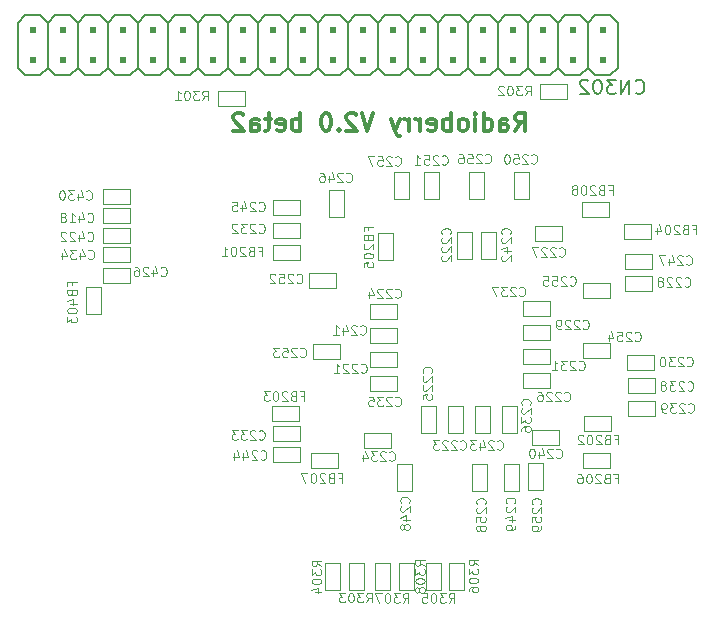
<source format=gbo>
G04 #@! TF.FileFunction,Legend,Bot*
%FSLAX46Y46*%
G04 Gerber Fmt 4.6, Leading zero omitted, Abs format (unit mm)*
G04 Created by KiCad (PCBNEW 4.0.6) date 11/29/17 18:48:55*
%MOMM*%
%LPD*%
G01*
G04 APERTURE LIST*
%ADD10C,0.100000*%
%ADD11C,0.300000*%
%ADD12C,0.152400*%
%ADD13C,0.127000*%
G04 APERTURE END LIST*
D10*
D11*
X139194284Y-81738571D02*
X139694284Y-81024286D01*
X140051427Y-81738571D02*
X140051427Y-80238571D01*
X139479999Y-80238571D01*
X139337141Y-80310000D01*
X139265713Y-80381429D01*
X139194284Y-80524286D01*
X139194284Y-80738571D01*
X139265713Y-80881429D01*
X139337141Y-80952857D01*
X139479999Y-81024286D01*
X140051427Y-81024286D01*
X137908570Y-81738571D02*
X137908570Y-80952857D01*
X137979999Y-80810000D01*
X138122856Y-80738571D01*
X138408570Y-80738571D01*
X138551427Y-80810000D01*
X137908570Y-81667143D02*
X138051427Y-81738571D01*
X138408570Y-81738571D01*
X138551427Y-81667143D01*
X138622856Y-81524286D01*
X138622856Y-81381429D01*
X138551427Y-81238571D01*
X138408570Y-81167143D01*
X138051427Y-81167143D01*
X137908570Y-81095714D01*
X136551427Y-81738571D02*
X136551427Y-80238571D01*
X136551427Y-81667143D02*
X136694284Y-81738571D01*
X136979998Y-81738571D01*
X137122856Y-81667143D01*
X137194284Y-81595714D01*
X137265713Y-81452857D01*
X137265713Y-81024286D01*
X137194284Y-80881429D01*
X137122856Y-80810000D01*
X136979998Y-80738571D01*
X136694284Y-80738571D01*
X136551427Y-80810000D01*
X135837141Y-81738571D02*
X135837141Y-80738571D01*
X135837141Y-80238571D02*
X135908570Y-80310000D01*
X135837141Y-80381429D01*
X135765713Y-80310000D01*
X135837141Y-80238571D01*
X135837141Y-80381429D01*
X134908569Y-81738571D02*
X135051427Y-81667143D01*
X135122855Y-81595714D01*
X135194284Y-81452857D01*
X135194284Y-81024286D01*
X135122855Y-80881429D01*
X135051427Y-80810000D01*
X134908569Y-80738571D01*
X134694284Y-80738571D01*
X134551427Y-80810000D01*
X134479998Y-80881429D01*
X134408569Y-81024286D01*
X134408569Y-81452857D01*
X134479998Y-81595714D01*
X134551427Y-81667143D01*
X134694284Y-81738571D01*
X134908569Y-81738571D01*
X133765712Y-81738571D02*
X133765712Y-80238571D01*
X133765712Y-80810000D02*
X133622855Y-80738571D01*
X133337141Y-80738571D01*
X133194284Y-80810000D01*
X133122855Y-80881429D01*
X133051426Y-81024286D01*
X133051426Y-81452857D01*
X133122855Y-81595714D01*
X133194284Y-81667143D01*
X133337141Y-81738571D01*
X133622855Y-81738571D01*
X133765712Y-81667143D01*
X131837141Y-81667143D02*
X131979998Y-81738571D01*
X132265712Y-81738571D01*
X132408569Y-81667143D01*
X132479998Y-81524286D01*
X132479998Y-80952857D01*
X132408569Y-80810000D01*
X132265712Y-80738571D01*
X131979998Y-80738571D01*
X131837141Y-80810000D01*
X131765712Y-80952857D01*
X131765712Y-81095714D01*
X132479998Y-81238571D01*
X131122855Y-81738571D02*
X131122855Y-80738571D01*
X131122855Y-81024286D02*
X131051427Y-80881429D01*
X130979998Y-80810000D01*
X130837141Y-80738571D01*
X130694284Y-80738571D01*
X130194284Y-81738571D02*
X130194284Y-80738571D01*
X130194284Y-81024286D02*
X130122856Y-80881429D01*
X130051427Y-80810000D01*
X129908570Y-80738571D01*
X129765713Y-80738571D01*
X129408570Y-80738571D02*
X129051427Y-81738571D01*
X128694285Y-80738571D02*
X129051427Y-81738571D01*
X129194285Y-82095714D01*
X129265713Y-82167143D01*
X129408570Y-82238571D01*
X127194285Y-80238571D02*
X126694285Y-81738571D01*
X126194285Y-80238571D01*
X125765714Y-80381429D02*
X125694285Y-80310000D01*
X125551428Y-80238571D01*
X125194285Y-80238571D01*
X125051428Y-80310000D01*
X124979999Y-80381429D01*
X124908571Y-80524286D01*
X124908571Y-80667143D01*
X124979999Y-80881429D01*
X125837142Y-81738571D01*
X124908571Y-81738571D01*
X124265714Y-81595714D02*
X124194286Y-81667143D01*
X124265714Y-81738571D01*
X124337143Y-81667143D01*
X124265714Y-81595714D01*
X124265714Y-81738571D01*
X123265714Y-80238571D02*
X123122857Y-80238571D01*
X122980000Y-80310000D01*
X122908571Y-80381429D01*
X122837142Y-80524286D01*
X122765714Y-80810000D01*
X122765714Y-81167143D01*
X122837142Y-81452857D01*
X122908571Y-81595714D01*
X122980000Y-81667143D01*
X123122857Y-81738571D01*
X123265714Y-81738571D01*
X123408571Y-81667143D01*
X123480000Y-81595714D01*
X123551428Y-81452857D01*
X123622857Y-81167143D01*
X123622857Y-80810000D01*
X123551428Y-80524286D01*
X123480000Y-80381429D01*
X123408571Y-80310000D01*
X123265714Y-80238571D01*
X120980000Y-81738571D02*
X120980000Y-80238571D01*
X120980000Y-80810000D02*
X120837143Y-80738571D01*
X120551429Y-80738571D01*
X120408572Y-80810000D01*
X120337143Y-80881429D01*
X120265714Y-81024286D01*
X120265714Y-81452857D01*
X120337143Y-81595714D01*
X120408572Y-81667143D01*
X120551429Y-81738571D01*
X120837143Y-81738571D01*
X120980000Y-81667143D01*
X119051429Y-81667143D02*
X119194286Y-81738571D01*
X119480000Y-81738571D01*
X119622857Y-81667143D01*
X119694286Y-81524286D01*
X119694286Y-80952857D01*
X119622857Y-80810000D01*
X119480000Y-80738571D01*
X119194286Y-80738571D01*
X119051429Y-80810000D01*
X118980000Y-80952857D01*
X118980000Y-81095714D01*
X119694286Y-81238571D01*
X118551429Y-80738571D02*
X117980000Y-80738571D01*
X118337143Y-80238571D02*
X118337143Y-81524286D01*
X118265715Y-81667143D01*
X118122857Y-81738571D01*
X117980000Y-81738571D01*
X116837143Y-81738571D02*
X116837143Y-80952857D01*
X116908572Y-80810000D01*
X117051429Y-80738571D01*
X117337143Y-80738571D01*
X117480000Y-80810000D01*
X116837143Y-81667143D02*
X116980000Y-81738571D01*
X117337143Y-81738571D01*
X117480000Y-81667143D01*
X117551429Y-81524286D01*
X117551429Y-81381429D01*
X117480000Y-81238571D01*
X117337143Y-81167143D01*
X116980000Y-81167143D01*
X116837143Y-81095714D01*
X116194286Y-80381429D02*
X116122857Y-80310000D01*
X115980000Y-80238571D01*
X115622857Y-80238571D01*
X115480000Y-80310000D01*
X115408571Y-80381429D01*
X115337143Y-80524286D01*
X115337143Y-80667143D01*
X115408571Y-80881429D01*
X116265714Y-81738571D01*
X115337143Y-81738571D01*
D10*
X126873000Y-101727000D02*
X129159000Y-101727000D01*
X129159000Y-101727000D02*
X129159000Y-100457000D01*
X129159000Y-100457000D02*
X126873000Y-100457000D01*
X126873000Y-100457000D02*
X126873000Y-101727000D01*
X134239000Y-90297000D02*
X134239000Y-92583000D01*
X134239000Y-92583000D02*
X135509000Y-92583000D01*
X135509000Y-92583000D02*
X135509000Y-90297000D01*
X135509000Y-90297000D02*
X134239000Y-90297000D01*
X134747000Y-107315000D02*
X134747000Y-105029000D01*
X134747000Y-105029000D02*
X133477000Y-105029000D01*
X133477000Y-105029000D02*
X133477000Y-107315000D01*
X133477000Y-107315000D02*
X134747000Y-107315000D01*
X126873000Y-97663000D02*
X129159000Y-97663000D01*
X129159000Y-97663000D02*
X129159000Y-96393000D01*
X129159000Y-96393000D02*
X126873000Y-96393000D01*
X126873000Y-96393000D02*
X126873000Y-97663000D01*
X132461000Y-107315000D02*
X132461000Y-105029000D01*
X132461000Y-105029000D02*
X131191000Y-105029000D01*
X131191000Y-105029000D02*
X131191000Y-107315000D01*
X131191000Y-107315000D02*
X132461000Y-107315000D01*
X142113000Y-102235000D02*
X139827000Y-102235000D01*
X139827000Y-102235000D02*
X139827000Y-103505000D01*
X139827000Y-103505000D02*
X142113000Y-103505000D01*
X142113000Y-103505000D02*
X142113000Y-102235000D01*
X140843000Y-91059000D02*
X143129000Y-91059000D01*
X143129000Y-91059000D02*
X143129000Y-89789000D01*
X143129000Y-89789000D02*
X140843000Y-89789000D01*
X140843000Y-89789000D02*
X140843000Y-91059000D01*
X150753000Y-94025000D02*
X148467000Y-94025000D01*
X148467000Y-94025000D02*
X148467000Y-95295000D01*
X148467000Y-95295000D02*
X150753000Y-95295000D01*
X150753000Y-95295000D02*
X150753000Y-94025000D01*
X142113000Y-98171000D02*
X139827000Y-98171000D01*
X139827000Y-98171000D02*
X139827000Y-99441000D01*
X139827000Y-99441000D02*
X142113000Y-99441000D01*
X142113000Y-99441000D02*
X142113000Y-98171000D01*
X148697000Y-102015000D02*
X150983000Y-102015000D01*
X150983000Y-102015000D02*
X150983000Y-100745000D01*
X150983000Y-100745000D02*
X148697000Y-100745000D01*
X148697000Y-100745000D02*
X148697000Y-102015000D01*
X142113000Y-100203000D02*
X139827000Y-100203000D01*
X139827000Y-100203000D02*
X139827000Y-101473000D01*
X139827000Y-101473000D02*
X142113000Y-101473000D01*
X142113000Y-101473000D02*
X142113000Y-100203000D01*
X120983000Y-89585000D02*
X118697000Y-89585000D01*
X118697000Y-89585000D02*
X118697000Y-90855000D01*
X118697000Y-90855000D02*
X120983000Y-90855000D01*
X120983000Y-90855000D02*
X120983000Y-89585000D01*
X118677000Y-108065000D02*
X120963000Y-108065000D01*
X120963000Y-108065000D02*
X120963000Y-106795000D01*
X120963000Y-106795000D02*
X118677000Y-106795000D01*
X118677000Y-106795000D02*
X118677000Y-108065000D01*
X128651000Y-107315000D02*
X126365000Y-107315000D01*
X126365000Y-107315000D02*
X126365000Y-108585000D01*
X126365000Y-108585000D02*
X128651000Y-108585000D01*
X128651000Y-108585000D02*
X128651000Y-107315000D01*
X126873000Y-103759000D02*
X129159000Y-103759000D01*
X129159000Y-103759000D02*
X129159000Y-102489000D01*
X129159000Y-102489000D02*
X126873000Y-102489000D01*
X126873000Y-102489000D02*
X126873000Y-103759000D01*
X139319000Y-107315000D02*
X139319000Y-105029000D01*
X139319000Y-105029000D02*
X138049000Y-105029000D01*
X138049000Y-105029000D02*
X138049000Y-107315000D01*
X138049000Y-107315000D02*
X139319000Y-107315000D01*
X142113000Y-96139000D02*
X139827000Y-96139000D01*
X139827000Y-96139000D02*
X139827000Y-97409000D01*
X139827000Y-97409000D02*
X142113000Y-97409000D01*
X142113000Y-97409000D02*
X142113000Y-96139000D01*
X148727000Y-103995000D02*
X151013000Y-103995000D01*
X151013000Y-103995000D02*
X151013000Y-102725000D01*
X151013000Y-102725000D02*
X148727000Y-102725000D01*
X148727000Y-102725000D02*
X148727000Y-103995000D01*
X151013000Y-104615000D02*
X148727000Y-104615000D01*
X148727000Y-104615000D02*
X148727000Y-105885000D01*
X148727000Y-105885000D02*
X151013000Y-105885000D01*
X151013000Y-105885000D02*
X151013000Y-104615000D01*
X140589000Y-108331000D02*
X142875000Y-108331000D01*
X142875000Y-108331000D02*
X142875000Y-107061000D01*
X142875000Y-107061000D02*
X140589000Y-107061000D01*
X140589000Y-107061000D02*
X140589000Y-108331000D01*
X126873000Y-99695000D02*
X129159000Y-99695000D01*
X129159000Y-99695000D02*
X129159000Y-98425000D01*
X129159000Y-98425000D02*
X126873000Y-98425000D01*
X126873000Y-98425000D02*
X126873000Y-99695000D01*
X136271000Y-90297000D02*
X136271000Y-92583000D01*
X136271000Y-92583000D02*
X137541000Y-92583000D01*
X137541000Y-92583000D02*
X137541000Y-90297000D01*
X137541000Y-90297000D02*
X136271000Y-90297000D01*
X137033000Y-107315000D02*
X137033000Y-105029000D01*
X137033000Y-105029000D02*
X135763000Y-105029000D01*
X135763000Y-105029000D02*
X135763000Y-107315000D01*
X135763000Y-107315000D02*
X137033000Y-107315000D01*
X121003000Y-108525000D02*
X118717000Y-108525000D01*
X118717000Y-108525000D02*
X118717000Y-109795000D01*
X118717000Y-109795000D02*
X121003000Y-109795000D01*
X121003000Y-109795000D02*
X121003000Y-108525000D01*
X118717000Y-88885000D02*
X121003000Y-88885000D01*
X121003000Y-88885000D02*
X121003000Y-87615000D01*
X121003000Y-87615000D02*
X118717000Y-87615000D01*
X118717000Y-87615000D02*
X118717000Y-88885000D01*
X123405000Y-86757000D02*
X123405000Y-89043000D01*
X123405000Y-89043000D02*
X124675000Y-89043000D01*
X124675000Y-89043000D02*
X124675000Y-86757000D01*
X124675000Y-86757000D02*
X123405000Y-86757000D01*
X148467000Y-93425000D02*
X150753000Y-93425000D01*
X150753000Y-93425000D02*
X150753000Y-92155000D01*
X150753000Y-92155000D02*
X148467000Y-92155000D01*
X148467000Y-92155000D02*
X148467000Y-93425000D01*
X129195000Y-110007000D02*
X129195000Y-112293000D01*
X129195000Y-112293000D02*
X130465000Y-112293000D01*
X130465000Y-112293000D02*
X130465000Y-110007000D01*
X130465000Y-110007000D02*
X129195000Y-110007000D01*
X138245000Y-109957000D02*
X138245000Y-112243000D01*
X138245000Y-112243000D02*
X139515000Y-112243000D01*
X139515000Y-112243000D02*
X139515000Y-109957000D01*
X139515000Y-109957000D02*
X138245000Y-109957000D01*
X139065000Y-85217000D02*
X139065000Y-87503000D01*
X139065000Y-87503000D02*
X140335000Y-87503000D01*
X140335000Y-87503000D02*
X140335000Y-85217000D01*
X140335000Y-85217000D02*
X139065000Y-85217000D01*
X131445000Y-85217000D02*
X131445000Y-87503000D01*
X131445000Y-87503000D02*
X132715000Y-87503000D01*
X132715000Y-87503000D02*
X132715000Y-85217000D01*
X132715000Y-85217000D02*
X131445000Y-85217000D01*
X124053000Y-93765000D02*
X121767000Y-93765000D01*
X121767000Y-93765000D02*
X121767000Y-95035000D01*
X121767000Y-95035000D02*
X124053000Y-95035000D01*
X124053000Y-95035000D02*
X124053000Y-93765000D01*
X124373000Y-99835000D02*
X122087000Y-99835000D01*
X122087000Y-99835000D02*
X122087000Y-101105000D01*
X122087000Y-101105000D02*
X124373000Y-101105000D01*
X124373000Y-101105000D02*
X124373000Y-99835000D01*
X144907000Y-100965000D02*
X147193000Y-100965000D01*
X147193000Y-100965000D02*
X147193000Y-99695000D01*
X147193000Y-99695000D02*
X144907000Y-99695000D01*
X144907000Y-99695000D02*
X144907000Y-100965000D01*
X144907000Y-95885000D02*
X147193000Y-95885000D01*
X147193000Y-95885000D02*
X147193000Y-94615000D01*
X147193000Y-94615000D02*
X144907000Y-94615000D01*
X144907000Y-94615000D02*
X144907000Y-95885000D01*
X135255000Y-85217000D02*
X135255000Y-87503000D01*
X135255000Y-87503000D02*
X136525000Y-87503000D01*
X136525000Y-87503000D02*
X136525000Y-85217000D01*
X136525000Y-85217000D02*
X135255000Y-85217000D01*
X128905000Y-85217000D02*
X128905000Y-87503000D01*
X128905000Y-87503000D02*
X130175000Y-87503000D01*
X130175000Y-87503000D02*
X130175000Y-85217000D01*
X130175000Y-85217000D02*
X128905000Y-85217000D01*
X135575000Y-109997000D02*
X135575000Y-112283000D01*
X135575000Y-112283000D02*
X136845000Y-112283000D01*
X136845000Y-112283000D02*
X136845000Y-109997000D01*
X136845000Y-109997000D02*
X135575000Y-109997000D01*
X140255000Y-109927000D02*
X140255000Y-112213000D01*
X140255000Y-112213000D02*
X141525000Y-112213000D01*
X141525000Y-112213000D02*
X141525000Y-109927000D01*
X141525000Y-109927000D02*
X140255000Y-109927000D01*
X104287000Y-89585000D02*
X106573000Y-89585000D01*
X106573000Y-89585000D02*
X106573000Y-88315000D01*
X106573000Y-88315000D02*
X104287000Y-88315000D01*
X104287000Y-88315000D02*
X104287000Y-89585000D01*
X104297000Y-91245000D02*
X106583000Y-91245000D01*
X106583000Y-91245000D02*
X106583000Y-89975000D01*
X106583000Y-89975000D02*
X104297000Y-89975000D01*
X104297000Y-89975000D02*
X104297000Y-91245000D01*
X104297000Y-94655000D02*
X106583000Y-94655000D01*
X106583000Y-94655000D02*
X106583000Y-93385000D01*
X106583000Y-93385000D02*
X104297000Y-93385000D01*
X104297000Y-93385000D02*
X104297000Y-94655000D01*
X104277000Y-87965000D02*
X106563000Y-87965000D01*
X106563000Y-87965000D02*
X106563000Y-86695000D01*
X106563000Y-86695000D02*
X104277000Y-86695000D01*
X104277000Y-86695000D02*
X104277000Y-87965000D01*
X104287000Y-92895000D02*
X106573000Y-92895000D01*
X106573000Y-92895000D02*
X106573000Y-91625000D01*
X106573000Y-91625000D02*
X104287000Y-91625000D01*
X104287000Y-91625000D02*
X104287000Y-92895000D01*
X118687000Y-92725000D02*
X120973000Y-92725000D01*
X120973000Y-92725000D02*
X120973000Y-91455000D01*
X120973000Y-91455000D02*
X118687000Y-91455000D01*
X118687000Y-91455000D02*
X118687000Y-92725000D01*
X145007000Y-107145000D02*
X147293000Y-107145000D01*
X147293000Y-107145000D02*
X147293000Y-105875000D01*
X147293000Y-105875000D02*
X145007000Y-105875000D01*
X145007000Y-105875000D02*
X145007000Y-107145000D01*
X118627000Y-106335000D02*
X120913000Y-106335000D01*
X120913000Y-106335000D02*
X120913000Y-105065000D01*
X120913000Y-105065000D02*
X118627000Y-105065000D01*
X118627000Y-105065000D02*
X118627000Y-106335000D01*
X150723000Y-89655000D02*
X148437000Y-89655000D01*
X148437000Y-89655000D02*
X148437000Y-90925000D01*
X148437000Y-90925000D02*
X150723000Y-90925000D01*
X150723000Y-90925000D02*
X150723000Y-89655000D01*
X127605000Y-90437000D02*
X127605000Y-92723000D01*
X127605000Y-92723000D02*
X128875000Y-92723000D01*
X128875000Y-92723000D02*
X128875000Y-90437000D01*
X128875000Y-90437000D02*
X127605000Y-90437000D01*
X147243000Y-109015000D02*
X144957000Y-109015000D01*
X144957000Y-109015000D02*
X144957000Y-110285000D01*
X144957000Y-110285000D02*
X147243000Y-110285000D01*
X147243000Y-110285000D02*
X147243000Y-109015000D01*
X121957000Y-110285000D02*
X124243000Y-110285000D01*
X124243000Y-110285000D02*
X124243000Y-109015000D01*
X124243000Y-109015000D02*
X121957000Y-109015000D01*
X121957000Y-109015000D02*
X121957000Y-110285000D01*
X147143000Y-87815000D02*
X144857000Y-87815000D01*
X144857000Y-87815000D02*
X144857000Y-89085000D01*
X144857000Y-89085000D02*
X147143000Y-89085000D01*
X147143000Y-89085000D02*
X147143000Y-87815000D01*
X102875000Y-95027000D02*
X102875000Y-97313000D01*
X102875000Y-97313000D02*
X104145000Y-97313000D01*
X104145000Y-97313000D02*
X104145000Y-95027000D01*
X104145000Y-95027000D02*
X102875000Y-95027000D01*
X116333000Y-78365000D02*
X114047000Y-78365000D01*
X114047000Y-78365000D02*
X114047000Y-79635000D01*
X114047000Y-79635000D02*
X116333000Y-79635000D01*
X116333000Y-79635000D02*
X116333000Y-78365000D01*
X143603000Y-77805000D02*
X141317000Y-77805000D01*
X141317000Y-77805000D02*
X141317000Y-79075000D01*
X141317000Y-79075000D02*
X143603000Y-79075000D01*
X143603000Y-79075000D02*
X143603000Y-77805000D01*
X124385000Y-120643000D02*
X124385000Y-118357000D01*
X124385000Y-118357000D02*
X123115000Y-118357000D01*
X123115000Y-118357000D02*
X123115000Y-120643000D01*
X123115000Y-120643000D02*
X124385000Y-120643000D01*
X126385000Y-120643000D02*
X126385000Y-118357000D01*
X126385000Y-118357000D02*
X125115000Y-118357000D01*
X125115000Y-118357000D02*
X125115000Y-120643000D01*
X125115000Y-120643000D02*
X126385000Y-120643000D01*
X132885000Y-120643000D02*
X132885000Y-118357000D01*
X132885000Y-118357000D02*
X131615000Y-118357000D01*
X131615000Y-118357000D02*
X131615000Y-120643000D01*
X131615000Y-120643000D02*
X132885000Y-120643000D01*
X134885000Y-120643000D02*
X134885000Y-118357000D01*
X134885000Y-118357000D02*
X133615000Y-118357000D01*
X133615000Y-118357000D02*
X133615000Y-120643000D01*
X133615000Y-120643000D02*
X134885000Y-120643000D01*
D12*
X97100000Y-76405000D02*
X97735000Y-77040000D01*
X97735000Y-77040000D02*
X99005000Y-77040000D01*
X99005000Y-77040000D02*
X99640000Y-76405000D01*
X99640000Y-76405000D02*
X100275000Y-77040000D01*
X100275000Y-77040000D02*
X101545000Y-77040000D01*
X101545000Y-77040000D02*
X102180000Y-76405000D01*
X102180000Y-76405000D02*
X102815000Y-77040000D01*
X102815000Y-77040000D02*
X104085000Y-77040000D01*
X104085000Y-77040000D02*
X104720000Y-76405000D01*
X104720000Y-76405000D02*
X105355000Y-77040000D01*
X105355000Y-77040000D02*
X106625000Y-77040000D01*
X106625000Y-77040000D02*
X107260000Y-76405000D01*
X107260000Y-76405000D02*
X107895000Y-77040000D01*
X107895000Y-77040000D02*
X109165000Y-77040000D01*
X109165000Y-77040000D02*
X109800000Y-76405000D01*
X109800000Y-76405000D02*
X110435000Y-77040000D01*
X110435000Y-77040000D02*
X111705000Y-77040000D01*
X111705000Y-77040000D02*
X112340000Y-76405000D01*
X97100000Y-76405000D02*
X97100000Y-72595000D01*
X97100000Y-72595000D02*
X97735000Y-71960000D01*
X97735000Y-71960000D02*
X99005000Y-71960000D01*
X99005000Y-71960000D02*
X99640000Y-72595000D01*
X99640000Y-72595000D02*
X100275000Y-71960000D01*
X100275000Y-71960000D02*
X101545000Y-71960000D01*
X101545000Y-71960000D02*
X102180000Y-72595000D01*
X102180000Y-72595000D02*
X102815000Y-71960000D01*
X102815000Y-71960000D02*
X104085000Y-71960000D01*
X104085000Y-71960000D02*
X104720000Y-72595000D01*
X104720000Y-72595000D02*
X105355000Y-71960000D01*
X105355000Y-71960000D02*
X106625000Y-71960000D01*
X106625000Y-71960000D02*
X107260000Y-72595000D01*
X107260000Y-72595000D02*
X107895000Y-71960000D01*
X107895000Y-71960000D02*
X109165000Y-71960000D01*
X109165000Y-71960000D02*
X109800000Y-72595000D01*
X109800000Y-72595000D02*
X110435000Y-71960000D01*
X110435000Y-71960000D02*
X111705000Y-71960000D01*
X111705000Y-71960000D02*
X112340000Y-72595000D01*
X112340000Y-72595000D02*
X112975000Y-71960000D01*
X112975000Y-71960000D02*
X114245000Y-71960000D01*
X114245000Y-71960000D02*
X114880000Y-72595000D01*
X114880000Y-72595000D02*
X115515000Y-71960000D01*
X115515000Y-71960000D02*
X116785000Y-71960000D01*
X116785000Y-71960000D02*
X117420000Y-72595000D01*
X117420000Y-72595000D02*
X118055000Y-71960000D01*
X118055000Y-71960000D02*
X119325000Y-71960000D01*
X119325000Y-71960000D02*
X119960000Y-72595000D01*
X119960000Y-72595000D02*
X120595000Y-71960000D01*
X120595000Y-71960000D02*
X121865000Y-71960000D01*
X121865000Y-71960000D02*
X122500000Y-72595000D01*
X122500000Y-72595000D02*
X123135000Y-71960000D01*
X123135000Y-71960000D02*
X124405000Y-71960000D01*
X124405000Y-71960000D02*
X125040000Y-72595000D01*
X125040000Y-72595000D02*
X125675000Y-71960000D01*
X125675000Y-71960000D02*
X126945000Y-71960000D01*
X127580000Y-72595000D02*
X126945000Y-71960000D01*
X127580000Y-72595000D02*
X128215000Y-71960000D01*
X129485000Y-71960000D02*
X128215000Y-71960000D01*
X129485000Y-71960000D02*
X130120000Y-72595000D01*
X130120000Y-72595000D02*
X130755000Y-71960000D01*
X132025000Y-71960000D02*
X130755000Y-71960000D01*
X132025000Y-71960000D02*
X132660000Y-72595000D01*
X132660000Y-72595000D02*
X133295000Y-71960000D01*
X134565000Y-71960000D02*
X133295000Y-71960000D01*
X134565000Y-71960000D02*
X135200000Y-72595000D01*
X135200000Y-72595000D02*
X135835000Y-71960000D01*
X137105000Y-71960000D02*
X135835000Y-71960000D01*
X137105000Y-71960000D02*
X137740000Y-72595000D01*
X137740000Y-72595000D02*
X138375000Y-71960000D01*
X139645000Y-71960000D02*
X138375000Y-71960000D01*
X139645000Y-71960000D02*
X140280000Y-72595000D01*
X140280000Y-72595000D02*
X140915000Y-71960000D01*
X142185000Y-71960000D02*
X140915000Y-71960000D01*
X142185000Y-71960000D02*
X142820000Y-72595000D01*
X142820000Y-72595000D02*
X143455000Y-71960000D01*
X144725000Y-71960000D02*
X143455000Y-71960000D01*
X144725000Y-71960000D02*
X145360000Y-72595000D01*
X145360000Y-76405000D02*
X144725000Y-77040000D01*
X144725000Y-77040000D02*
X143455000Y-77040000D01*
X142820000Y-76405000D02*
X143455000Y-77040000D01*
X142820000Y-76405000D02*
X142185000Y-77040000D01*
X142185000Y-77040000D02*
X140915000Y-77040000D01*
X140280000Y-76405000D02*
X140915000Y-77040000D01*
X140280000Y-76405000D02*
X139645000Y-77040000D01*
X139645000Y-77040000D02*
X138375000Y-77040000D01*
X137740000Y-76405000D02*
X138375000Y-77040000D01*
X137740000Y-76405000D02*
X137105000Y-77040000D01*
X135835000Y-77040000D02*
X137105000Y-77040000D01*
X135835000Y-77040000D02*
X135200000Y-76405000D01*
X135200000Y-76405000D02*
X134565000Y-77040000D01*
X133295000Y-77040000D02*
X134565000Y-77040000D01*
X133295000Y-77040000D02*
X132660000Y-76405000D01*
X132660000Y-76405000D02*
X132025000Y-77040000D01*
X132025000Y-77040000D02*
X130755000Y-77040000D01*
X130120000Y-76405000D02*
X130755000Y-77040000D01*
X130120000Y-76405000D02*
X129485000Y-77040000D01*
X129485000Y-77040000D02*
X128215000Y-77040000D01*
X127580000Y-76405000D02*
X128215000Y-77040000D01*
X127580000Y-76405000D02*
X126945000Y-77040000D01*
X126945000Y-77040000D02*
X125675000Y-77040000D01*
X125040000Y-76405000D02*
X125675000Y-77040000D01*
X125040000Y-76405000D02*
X124405000Y-77040000D01*
X124405000Y-77040000D02*
X123135000Y-77040000D01*
X122500000Y-76405000D02*
X123135000Y-77040000D01*
X122500000Y-76405000D02*
X121865000Y-77040000D01*
X121865000Y-77040000D02*
X120595000Y-77040000D01*
X119960000Y-76405000D02*
X120595000Y-77040000D01*
X119960000Y-76405000D02*
X119325000Y-77040000D01*
X119325000Y-77040000D02*
X118055000Y-77040000D01*
X117420000Y-76405000D02*
X118055000Y-77040000D01*
X117420000Y-76405000D02*
X116785000Y-77040000D01*
X116785000Y-77040000D02*
X115515000Y-77040000D01*
X114880000Y-76405000D02*
X115515000Y-77040000D01*
X114880000Y-76405000D02*
X114245000Y-77040000D01*
X114245000Y-77040000D02*
X112975000Y-77040000D01*
X112340000Y-76405000D02*
X112975000Y-77040000D01*
X99640000Y-72595000D02*
X99640000Y-76405000D01*
X102180000Y-72595000D02*
X102180000Y-76405000D01*
X104720000Y-72595000D02*
X104720000Y-76405000D01*
X107260000Y-72595000D02*
X107260000Y-76405000D01*
X109800000Y-72595000D02*
X109800000Y-76405000D01*
X112340000Y-72595000D02*
X112340000Y-76405000D01*
X114880000Y-72595000D02*
X114880000Y-76405000D01*
X117420000Y-72595000D02*
X117420000Y-76405000D01*
X119960000Y-72595000D02*
X119960000Y-76405000D01*
X122500000Y-72595000D02*
X122500000Y-76405000D01*
X125040000Y-72595000D02*
X125040000Y-76405000D01*
X127580000Y-72595000D02*
X127580000Y-76405000D01*
X130120000Y-72595000D02*
X130120000Y-76405000D01*
X132660000Y-72595000D02*
X132660000Y-76405000D01*
X135200000Y-72595000D02*
X135200000Y-76405000D01*
X137740000Y-72595000D02*
X137740000Y-76405000D01*
X140280000Y-72595000D02*
X140280000Y-76405000D01*
X142820000Y-72595000D02*
X142820000Y-76405000D01*
X145360000Y-72595000D02*
X145360000Y-76405000D01*
X145360000Y-72595000D02*
X145995000Y-71960000D01*
X147265000Y-71960000D02*
X145995000Y-71960000D01*
X147265000Y-71960000D02*
X147900000Y-72595000D01*
X147900000Y-76405000D02*
X147265000Y-77040000D01*
X147265000Y-77040000D02*
X145995000Y-77040000D01*
X145360000Y-76405000D02*
X145995000Y-77040000D01*
X147900000Y-72595000D02*
X147900000Y-76405000D01*
D10*
G36*
X98116000Y-76024000D02*
X98624000Y-76024000D01*
X98624000Y-75516000D01*
X98116000Y-75516000D01*
X98116000Y-76024000D01*
G37*
G36*
X98116000Y-73484000D02*
X98624000Y-73484000D01*
X98624000Y-72976000D01*
X98116000Y-72976000D01*
X98116000Y-73484000D01*
G37*
G36*
X100656000Y-73484000D02*
X101164000Y-73484000D01*
X101164000Y-72976000D01*
X100656000Y-72976000D01*
X100656000Y-73484000D01*
G37*
G36*
X100656000Y-76024000D02*
X101164000Y-76024000D01*
X101164000Y-75516000D01*
X100656000Y-75516000D01*
X100656000Y-76024000D01*
G37*
G36*
X103196000Y-73484000D02*
X103704000Y-73484000D01*
X103704000Y-72976000D01*
X103196000Y-72976000D01*
X103196000Y-73484000D01*
G37*
G36*
X103196000Y-76024000D02*
X103704000Y-76024000D01*
X103704000Y-75516000D01*
X103196000Y-75516000D01*
X103196000Y-76024000D01*
G37*
G36*
X105736000Y-73484000D02*
X106244000Y-73484000D01*
X106244000Y-72976000D01*
X105736000Y-72976000D01*
X105736000Y-73484000D01*
G37*
G36*
X108276000Y-73484000D02*
X108784000Y-73484000D01*
X108784000Y-72976000D01*
X108276000Y-72976000D01*
X108276000Y-73484000D01*
G37*
G36*
X110816000Y-73484000D02*
X111324000Y-73484000D01*
X111324000Y-72976000D01*
X110816000Y-72976000D01*
X110816000Y-73484000D01*
G37*
G36*
X105736000Y-76024000D02*
X106244000Y-76024000D01*
X106244000Y-75516000D01*
X105736000Y-75516000D01*
X105736000Y-76024000D01*
G37*
G36*
X108276000Y-76024000D02*
X108784000Y-76024000D01*
X108784000Y-75516000D01*
X108276000Y-75516000D01*
X108276000Y-76024000D01*
G37*
G36*
X110816000Y-76024000D02*
X111324000Y-76024000D01*
X111324000Y-75516000D01*
X110816000Y-75516000D01*
X110816000Y-76024000D01*
G37*
G36*
X113356000Y-73484000D02*
X113864000Y-73484000D01*
X113864000Y-72976000D01*
X113356000Y-72976000D01*
X113356000Y-73484000D01*
G37*
G36*
X113356000Y-76024000D02*
X113864000Y-76024000D01*
X113864000Y-75516000D01*
X113356000Y-75516000D01*
X113356000Y-76024000D01*
G37*
G36*
X115896000Y-73484000D02*
X116404000Y-73484000D01*
X116404000Y-72976000D01*
X115896000Y-72976000D01*
X115896000Y-73484000D01*
G37*
G36*
X115896000Y-76024000D02*
X116404000Y-76024000D01*
X116404000Y-75516000D01*
X115896000Y-75516000D01*
X115896000Y-76024000D01*
G37*
G36*
X118436000Y-73484000D02*
X118944000Y-73484000D01*
X118944000Y-72976000D01*
X118436000Y-72976000D01*
X118436000Y-73484000D01*
G37*
G36*
X118436000Y-76024000D02*
X118944000Y-76024000D01*
X118944000Y-75516000D01*
X118436000Y-75516000D01*
X118436000Y-76024000D01*
G37*
G36*
X120976000Y-73484000D02*
X121484000Y-73484000D01*
X121484000Y-72976000D01*
X120976000Y-72976000D01*
X120976000Y-73484000D01*
G37*
G36*
X120976000Y-76024000D02*
X121484000Y-76024000D01*
X121484000Y-75516000D01*
X120976000Y-75516000D01*
X120976000Y-76024000D01*
G37*
G36*
X123516000Y-73484000D02*
X124024000Y-73484000D01*
X124024000Y-72976000D01*
X123516000Y-72976000D01*
X123516000Y-73484000D01*
G37*
G36*
X123516000Y-76024000D02*
X124024000Y-76024000D01*
X124024000Y-75516000D01*
X123516000Y-75516000D01*
X123516000Y-76024000D01*
G37*
G36*
X126056000Y-73484000D02*
X126564000Y-73484000D01*
X126564000Y-72976000D01*
X126056000Y-72976000D01*
X126056000Y-73484000D01*
G37*
G36*
X126056000Y-76024000D02*
X126564000Y-76024000D01*
X126564000Y-75516000D01*
X126056000Y-75516000D01*
X126056000Y-76024000D01*
G37*
G36*
X128596000Y-73484000D02*
X129104000Y-73484000D01*
X129104000Y-72976000D01*
X128596000Y-72976000D01*
X128596000Y-73484000D01*
G37*
G36*
X128596000Y-76024000D02*
X129104000Y-76024000D01*
X129104000Y-75516000D01*
X128596000Y-75516000D01*
X128596000Y-76024000D01*
G37*
G36*
X131136000Y-73484000D02*
X131644000Y-73484000D01*
X131644000Y-72976000D01*
X131136000Y-72976000D01*
X131136000Y-73484000D01*
G37*
G36*
X131136000Y-76024000D02*
X131644000Y-76024000D01*
X131644000Y-75516000D01*
X131136000Y-75516000D01*
X131136000Y-76024000D01*
G37*
G36*
X133676000Y-73484000D02*
X134184000Y-73484000D01*
X134184000Y-72976000D01*
X133676000Y-72976000D01*
X133676000Y-73484000D01*
G37*
G36*
X133676000Y-76024000D02*
X134184000Y-76024000D01*
X134184000Y-75516000D01*
X133676000Y-75516000D01*
X133676000Y-76024000D01*
G37*
G36*
X136216000Y-73484000D02*
X136724000Y-73484000D01*
X136724000Y-72976000D01*
X136216000Y-72976000D01*
X136216000Y-73484000D01*
G37*
G36*
X136216000Y-76024000D02*
X136724000Y-76024000D01*
X136724000Y-75516000D01*
X136216000Y-75516000D01*
X136216000Y-76024000D01*
G37*
G36*
X138756000Y-73484000D02*
X139264000Y-73484000D01*
X139264000Y-72976000D01*
X138756000Y-72976000D01*
X138756000Y-73484000D01*
G37*
G36*
X138756000Y-76024000D02*
X139264000Y-76024000D01*
X139264000Y-75516000D01*
X138756000Y-75516000D01*
X138756000Y-76024000D01*
G37*
G36*
X141296000Y-73484000D02*
X141804000Y-73484000D01*
X141804000Y-72976000D01*
X141296000Y-72976000D01*
X141296000Y-73484000D01*
G37*
G36*
X141296000Y-76024000D02*
X141804000Y-76024000D01*
X141804000Y-75516000D01*
X141296000Y-75516000D01*
X141296000Y-76024000D01*
G37*
G36*
X143836000Y-73484000D02*
X144344000Y-73484000D01*
X144344000Y-72976000D01*
X143836000Y-72976000D01*
X143836000Y-73484000D01*
G37*
G36*
X143836000Y-76024000D02*
X144344000Y-76024000D01*
X144344000Y-75516000D01*
X143836000Y-75516000D01*
X143836000Y-76024000D01*
G37*
G36*
X146376000Y-73484000D02*
X146884000Y-73484000D01*
X146884000Y-72976000D01*
X146376000Y-72976000D01*
X146376000Y-73484000D01*
G37*
G36*
X146376000Y-76024000D02*
X146884000Y-76024000D01*
X146884000Y-75516000D01*
X146376000Y-75516000D01*
X146376000Y-76024000D01*
G37*
X128635000Y-120643000D02*
X128635000Y-118357000D01*
X128635000Y-118357000D02*
X127365000Y-118357000D01*
X127365000Y-118357000D02*
X127365000Y-120643000D01*
X127365000Y-120643000D02*
X128635000Y-120643000D01*
X130635000Y-120643000D02*
X130635000Y-118357000D01*
X130635000Y-118357000D02*
X129365000Y-118357000D01*
X129365000Y-118357000D02*
X129365000Y-120643000D01*
X129365000Y-120643000D02*
X130635000Y-120643000D01*
X126145238Y-102185714D02*
X126183333Y-102223810D01*
X126297619Y-102261905D01*
X126373809Y-102261905D01*
X126488095Y-102223810D01*
X126564286Y-102147619D01*
X126602381Y-102071429D01*
X126640476Y-101919048D01*
X126640476Y-101804762D01*
X126602381Y-101652381D01*
X126564286Y-101576190D01*
X126488095Y-101500000D01*
X126373809Y-101461905D01*
X126297619Y-101461905D01*
X126183333Y-101500000D01*
X126145238Y-101538095D01*
X125840476Y-101538095D02*
X125802381Y-101500000D01*
X125726190Y-101461905D01*
X125535714Y-101461905D01*
X125459524Y-101500000D01*
X125421428Y-101538095D01*
X125383333Y-101614286D01*
X125383333Y-101690476D01*
X125421428Y-101804762D01*
X125878571Y-102261905D01*
X125383333Y-102261905D01*
X125078571Y-101538095D02*
X125040476Y-101500000D01*
X124964285Y-101461905D01*
X124773809Y-101461905D01*
X124697619Y-101500000D01*
X124659523Y-101538095D01*
X124621428Y-101614286D01*
X124621428Y-101690476D01*
X124659523Y-101804762D01*
X125116666Y-102261905D01*
X124621428Y-102261905D01*
X123859523Y-102261905D02*
X124316666Y-102261905D01*
X124088095Y-102261905D02*
X124088095Y-101461905D01*
X124164285Y-101576190D01*
X124240476Y-101652381D01*
X124316666Y-101690476D01*
X133685714Y-90504762D02*
X133723810Y-90466667D01*
X133761905Y-90352381D01*
X133761905Y-90276191D01*
X133723810Y-90161905D01*
X133647619Y-90085714D01*
X133571429Y-90047619D01*
X133419048Y-90009524D01*
X133304762Y-90009524D01*
X133152381Y-90047619D01*
X133076190Y-90085714D01*
X133000000Y-90161905D01*
X132961905Y-90276191D01*
X132961905Y-90352381D01*
X133000000Y-90466667D01*
X133038095Y-90504762D01*
X133038095Y-90809524D02*
X133000000Y-90847619D01*
X132961905Y-90923810D01*
X132961905Y-91114286D01*
X133000000Y-91190476D01*
X133038095Y-91228572D01*
X133114286Y-91266667D01*
X133190476Y-91266667D01*
X133304762Y-91228572D01*
X133761905Y-90771429D01*
X133761905Y-91266667D01*
X133038095Y-91571429D02*
X133000000Y-91609524D01*
X132961905Y-91685715D01*
X132961905Y-91876191D01*
X133000000Y-91952381D01*
X133038095Y-91990477D01*
X133114286Y-92028572D01*
X133190476Y-92028572D01*
X133304762Y-91990477D01*
X133761905Y-91533334D01*
X133761905Y-92028572D01*
X133038095Y-92333334D02*
X133000000Y-92371429D01*
X132961905Y-92447620D01*
X132961905Y-92638096D01*
X133000000Y-92714286D01*
X133038095Y-92752382D01*
X133114286Y-92790477D01*
X133190476Y-92790477D01*
X133304762Y-92752382D01*
X133761905Y-92295239D01*
X133761905Y-92790477D01*
X134545238Y-108685714D02*
X134583333Y-108723810D01*
X134697619Y-108761905D01*
X134773809Y-108761905D01*
X134888095Y-108723810D01*
X134964286Y-108647619D01*
X135002381Y-108571429D01*
X135040476Y-108419048D01*
X135040476Y-108304762D01*
X135002381Y-108152381D01*
X134964286Y-108076190D01*
X134888095Y-108000000D01*
X134773809Y-107961905D01*
X134697619Y-107961905D01*
X134583333Y-108000000D01*
X134545238Y-108038095D01*
X134240476Y-108038095D02*
X134202381Y-108000000D01*
X134126190Y-107961905D01*
X133935714Y-107961905D01*
X133859524Y-108000000D01*
X133821428Y-108038095D01*
X133783333Y-108114286D01*
X133783333Y-108190476D01*
X133821428Y-108304762D01*
X134278571Y-108761905D01*
X133783333Y-108761905D01*
X133478571Y-108038095D02*
X133440476Y-108000000D01*
X133364285Y-107961905D01*
X133173809Y-107961905D01*
X133097619Y-108000000D01*
X133059523Y-108038095D01*
X133021428Y-108114286D01*
X133021428Y-108190476D01*
X133059523Y-108304762D01*
X133516666Y-108761905D01*
X133021428Y-108761905D01*
X132754761Y-107961905D02*
X132259523Y-107961905D01*
X132526190Y-108266667D01*
X132411904Y-108266667D01*
X132335714Y-108304762D01*
X132297618Y-108342857D01*
X132259523Y-108419048D01*
X132259523Y-108609524D01*
X132297618Y-108685714D01*
X132335714Y-108723810D01*
X132411904Y-108761905D01*
X132640476Y-108761905D01*
X132716666Y-108723810D01*
X132754761Y-108685714D01*
X129045238Y-95835714D02*
X129083333Y-95873810D01*
X129197619Y-95911905D01*
X129273809Y-95911905D01*
X129388095Y-95873810D01*
X129464286Y-95797619D01*
X129502381Y-95721429D01*
X129540476Y-95569048D01*
X129540476Y-95454762D01*
X129502381Y-95302381D01*
X129464286Y-95226190D01*
X129388095Y-95150000D01*
X129273809Y-95111905D01*
X129197619Y-95111905D01*
X129083333Y-95150000D01*
X129045238Y-95188095D01*
X128740476Y-95188095D02*
X128702381Y-95150000D01*
X128626190Y-95111905D01*
X128435714Y-95111905D01*
X128359524Y-95150000D01*
X128321428Y-95188095D01*
X128283333Y-95264286D01*
X128283333Y-95340476D01*
X128321428Y-95454762D01*
X128778571Y-95911905D01*
X128283333Y-95911905D01*
X127978571Y-95188095D02*
X127940476Y-95150000D01*
X127864285Y-95111905D01*
X127673809Y-95111905D01*
X127597619Y-95150000D01*
X127559523Y-95188095D01*
X127521428Y-95264286D01*
X127521428Y-95340476D01*
X127559523Y-95454762D01*
X128016666Y-95911905D01*
X127521428Y-95911905D01*
X126835714Y-95378571D02*
X126835714Y-95911905D01*
X127026190Y-95073810D02*
X127216666Y-95645238D01*
X126721428Y-95645238D01*
X132085714Y-102254762D02*
X132123810Y-102216667D01*
X132161905Y-102102381D01*
X132161905Y-102026191D01*
X132123810Y-101911905D01*
X132047619Y-101835714D01*
X131971429Y-101797619D01*
X131819048Y-101759524D01*
X131704762Y-101759524D01*
X131552381Y-101797619D01*
X131476190Y-101835714D01*
X131400000Y-101911905D01*
X131361905Y-102026191D01*
X131361905Y-102102381D01*
X131400000Y-102216667D01*
X131438095Y-102254762D01*
X131438095Y-102559524D02*
X131400000Y-102597619D01*
X131361905Y-102673810D01*
X131361905Y-102864286D01*
X131400000Y-102940476D01*
X131438095Y-102978572D01*
X131514286Y-103016667D01*
X131590476Y-103016667D01*
X131704762Y-102978572D01*
X132161905Y-102521429D01*
X132161905Y-103016667D01*
X131438095Y-103321429D02*
X131400000Y-103359524D01*
X131361905Y-103435715D01*
X131361905Y-103626191D01*
X131400000Y-103702381D01*
X131438095Y-103740477D01*
X131514286Y-103778572D01*
X131590476Y-103778572D01*
X131704762Y-103740477D01*
X132161905Y-103283334D01*
X132161905Y-103778572D01*
X131361905Y-104502382D02*
X131361905Y-104121429D01*
X131742857Y-104083334D01*
X131704762Y-104121429D01*
X131666667Y-104197620D01*
X131666667Y-104388096D01*
X131704762Y-104464286D01*
X131742857Y-104502382D01*
X131819048Y-104540477D01*
X132009524Y-104540477D01*
X132085714Y-104502382D01*
X132123810Y-104464286D01*
X132161905Y-104388096D01*
X132161905Y-104197620D01*
X132123810Y-104121429D01*
X132085714Y-104083334D01*
X143345238Y-104585714D02*
X143383333Y-104623810D01*
X143497619Y-104661905D01*
X143573809Y-104661905D01*
X143688095Y-104623810D01*
X143764286Y-104547619D01*
X143802381Y-104471429D01*
X143840476Y-104319048D01*
X143840476Y-104204762D01*
X143802381Y-104052381D01*
X143764286Y-103976190D01*
X143688095Y-103900000D01*
X143573809Y-103861905D01*
X143497619Y-103861905D01*
X143383333Y-103900000D01*
X143345238Y-103938095D01*
X143040476Y-103938095D02*
X143002381Y-103900000D01*
X142926190Y-103861905D01*
X142735714Y-103861905D01*
X142659524Y-103900000D01*
X142621428Y-103938095D01*
X142583333Y-104014286D01*
X142583333Y-104090476D01*
X142621428Y-104204762D01*
X143078571Y-104661905D01*
X142583333Y-104661905D01*
X142278571Y-103938095D02*
X142240476Y-103900000D01*
X142164285Y-103861905D01*
X141973809Y-103861905D01*
X141897619Y-103900000D01*
X141859523Y-103938095D01*
X141821428Y-104014286D01*
X141821428Y-104090476D01*
X141859523Y-104204762D01*
X142316666Y-104661905D01*
X141821428Y-104661905D01*
X141135714Y-103861905D02*
X141288095Y-103861905D01*
X141364285Y-103900000D01*
X141402380Y-103938095D01*
X141478571Y-104052381D01*
X141516666Y-104204762D01*
X141516666Y-104509524D01*
X141478571Y-104585714D01*
X141440476Y-104623810D01*
X141364285Y-104661905D01*
X141211904Y-104661905D01*
X141135714Y-104623810D01*
X141097618Y-104585714D01*
X141059523Y-104509524D01*
X141059523Y-104319048D01*
X141097618Y-104242857D01*
X141135714Y-104204762D01*
X141211904Y-104166667D01*
X141364285Y-104166667D01*
X141440476Y-104204762D01*
X141478571Y-104242857D01*
X141516666Y-104319048D01*
X142945238Y-92335714D02*
X142983333Y-92373810D01*
X143097619Y-92411905D01*
X143173809Y-92411905D01*
X143288095Y-92373810D01*
X143364286Y-92297619D01*
X143402381Y-92221429D01*
X143440476Y-92069048D01*
X143440476Y-91954762D01*
X143402381Y-91802381D01*
X143364286Y-91726190D01*
X143288095Y-91650000D01*
X143173809Y-91611905D01*
X143097619Y-91611905D01*
X142983333Y-91650000D01*
X142945238Y-91688095D01*
X142640476Y-91688095D02*
X142602381Y-91650000D01*
X142526190Y-91611905D01*
X142335714Y-91611905D01*
X142259524Y-91650000D01*
X142221428Y-91688095D01*
X142183333Y-91764286D01*
X142183333Y-91840476D01*
X142221428Y-91954762D01*
X142678571Y-92411905D01*
X142183333Y-92411905D01*
X141878571Y-91688095D02*
X141840476Y-91650000D01*
X141764285Y-91611905D01*
X141573809Y-91611905D01*
X141497619Y-91650000D01*
X141459523Y-91688095D01*
X141421428Y-91764286D01*
X141421428Y-91840476D01*
X141459523Y-91954762D01*
X141916666Y-92411905D01*
X141421428Y-92411905D01*
X141154761Y-91611905D02*
X140621428Y-91611905D01*
X140964285Y-92411905D01*
X153545238Y-94885714D02*
X153583333Y-94923810D01*
X153697619Y-94961905D01*
X153773809Y-94961905D01*
X153888095Y-94923810D01*
X153964286Y-94847619D01*
X154002381Y-94771429D01*
X154040476Y-94619048D01*
X154040476Y-94504762D01*
X154002381Y-94352381D01*
X153964286Y-94276190D01*
X153888095Y-94200000D01*
X153773809Y-94161905D01*
X153697619Y-94161905D01*
X153583333Y-94200000D01*
X153545238Y-94238095D01*
X153240476Y-94238095D02*
X153202381Y-94200000D01*
X153126190Y-94161905D01*
X152935714Y-94161905D01*
X152859524Y-94200000D01*
X152821428Y-94238095D01*
X152783333Y-94314286D01*
X152783333Y-94390476D01*
X152821428Y-94504762D01*
X153278571Y-94961905D01*
X152783333Y-94961905D01*
X152478571Y-94238095D02*
X152440476Y-94200000D01*
X152364285Y-94161905D01*
X152173809Y-94161905D01*
X152097619Y-94200000D01*
X152059523Y-94238095D01*
X152021428Y-94314286D01*
X152021428Y-94390476D01*
X152059523Y-94504762D01*
X152516666Y-94961905D01*
X152021428Y-94961905D01*
X151564285Y-94504762D02*
X151640476Y-94466667D01*
X151678571Y-94428571D01*
X151716666Y-94352381D01*
X151716666Y-94314286D01*
X151678571Y-94238095D01*
X151640476Y-94200000D01*
X151564285Y-94161905D01*
X151411904Y-94161905D01*
X151335714Y-94200000D01*
X151297618Y-94238095D01*
X151259523Y-94314286D01*
X151259523Y-94352381D01*
X151297618Y-94428571D01*
X151335714Y-94466667D01*
X151411904Y-94504762D01*
X151564285Y-94504762D01*
X151640476Y-94542857D01*
X151678571Y-94580952D01*
X151716666Y-94657143D01*
X151716666Y-94809524D01*
X151678571Y-94885714D01*
X151640476Y-94923810D01*
X151564285Y-94961905D01*
X151411904Y-94961905D01*
X151335714Y-94923810D01*
X151297618Y-94885714D01*
X151259523Y-94809524D01*
X151259523Y-94657143D01*
X151297618Y-94580952D01*
X151335714Y-94542857D01*
X151411904Y-94504762D01*
X144945238Y-98485714D02*
X144983333Y-98523810D01*
X145097619Y-98561905D01*
X145173809Y-98561905D01*
X145288095Y-98523810D01*
X145364286Y-98447619D01*
X145402381Y-98371429D01*
X145440476Y-98219048D01*
X145440476Y-98104762D01*
X145402381Y-97952381D01*
X145364286Y-97876190D01*
X145288095Y-97800000D01*
X145173809Y-97761905D01*
X145097619Y-97761905D01*
X144983333Y-97800000D01*
X144945238Y-97838095D01*
X144640476Y-97838095D02*
X144602381Y-97800000D01*
X144526190Y-97761905D01*
X144335714Y-97761905D01*
X144259524Y-97800000D01*
X144221428Y-97838095D01*
X144183333Y-97914286D01*
X144183333Y-97990476D01*
X144221428Y-98104762D01*
X144678571Y-98561905D01*
X144183333Y-98561905D01*
X143878571Y-97838095D02*
X143840476Y-97800000D01*
X143764285Y-97761905D01*
X143573809Y-97761905D01*
X143497619Y-97800000D01*
X143459523Y-97838095D01*
X143421428Y-97914286D01*
X143421428Y-97990476D01*
X143459523Y-98104762D01*
X143916666Y-98561905D01*
X143421428Y-98561905D01*
X143040476Y-98561905D02*
X142888095Y-98561905D01*
X142811904Y-98523810D01*
X142773809Y-98485714D01*
X142697618Y-98371429D01*
X142659523Y-98219048D01*
X142659523Y-97914286D01*
X142697618Y-97838095D01*
X142735714Y-97800000D01*
X142811904Y-97761905D01*
X142964285Y-97761905D01*
X143040476Y-97800000D01*
X143078571Y-97838095D01*
X143116666Y-97914286D01*
X143116666Y-98104762D01*
X143078571Y-98180952D01*
X143040476Y-98219048D01*
X142964285Y-98257143D01*
X142811904Y-98257143D01*
X142735714Y-98219048D01*
X142697618Y-98180952D01*
X142659523Y-98104762D01*
X153745238Y-101635714D02*
X153783333Y-101673810D01*
X153897619Y-101711905D01*
X153973809Y-101711905D01*
X154088095Y-101673810D01*
X154164286Y-101597619D01*
X154202381Y-101521429D01*
X154240476Y-101369048D01*
X154240476Y-101254762D01*
X154202381Y-101102381D01*
X154164286Y-101026190D01*
X154088095Y-100950000D01*
X153973809Y-100911905D01*
X153897619Y-100911905D01*
X153783333Y-100950000D01*
X153745238Y-100988095D01*
X153440476Y-100988095D02*
X153402381Y-100950000D01*
X153326190Y-100911905D01*
X153135714Y-100911905D01*
X153059524Y-100950000D01*
X153021428Y-100988095D01*
X152983333Y-101064286D01*
X152983333Y-101140476D01*
X153021428Y-101254762D01*
X153478571Y-101711905D01*
X152983333Y-101711905D01*
X152716666Y-100911905D02*
X152221428Y-100911905D01*
X152488095Y-101216667D01*
X152373809Y-101216667D01*
X152297619Y-101254762D01*
X152259523Y-101292857D01*
X152221428Y-101369048D01*
X152221428Y-101559524D01*
X152259523Y-101635714D01*
X152297619Y-101673810D01*
X152373809Y-101711905D01*
X152602381Y-101711905D01*
X152678571Y-101673810D01*
X152716666Y-101635714D01*
X151726190Y-100911905D02*
X151649999Y-100911905D01*
X151573809Y-100950000D01*
X151535714Y-100988095D01*
X151497618Y-101064286D01*
X151459523Y-101216667D01*
X151459523Y-101407143D01*
X151497618Y-101559524D01*
X151535714Y-101635714D01*
X151573809Y-101673810D01*
X151649999Y-101711905D01*
X151726190Y-101711905D01*
X151802380Y-101673810D01*
X151840476Y-101635714D01*
X151878571Y-101559524D01*
X151916666Y-101407143D01*
X151916666Y-101216667D01*
X151878571Y-101064286D01*
X151840476Y-100988095D01*
X151802380Y-100950000D01*
X151726190Y-100911905D01*
X144595238Y-101935714D02*
X144633333Y-101973810D01*
X144747619Y-102011905D01*
X144823809Y-102011905D01*
X144938095Y-101973810D01*
X145014286Y-101897619D01*
X145052381Y-101821429D01*
X145090476Y-101669048D01*
X145090476Y-101554762D01*
X145052381Y-101402381D01*
X145014286Y-101326190D01*
X144938095Y-101250000D01*
X144823809Y-101211905D01*
X144747619Y-101211905D01*
X144633333Y-101250000D01*
X144595238Y-101288095D01*
X144290476Y-101288095D02*
X144252381Y-101250000D01*
X144176190Y-101211905D01*
X143985714Y-101211905D01*
X143909524Y-101250000D01*
X143871428Y-101288095D01*
X143833333Y-101364286D01*
X143833333Y-101440476D01*
X143871428Y-101554762D01*
X144328571Y-102011905D01*
X143833333Y-102011905D01*
X143566666Y-101211905D02*
X143071428Y-101211905D01*
X143338095Y-101516667D01*
X143223809Y-101516667D01*
X143147619Y-101554762D01*
X143109523Y-101592857D01*
X143071428Y-101669048D01*
X143071428Y-101859524D01*
X143109523Y-101935714D01*
X143147619Y-101973810D01*
X143223809Y-102011905D01*
X143452381Y-102011905D01*
X143528571Y-101973810D01*
X143566666Y-101935714D01*
X142309523Y-102011905D02*
X142766666Y-102011905D01*
X142538095Y-102011905D02*
X142538095Y-101211905D01*
X142614285Y-101326190D01*
X142690476Y-101402381D01*
X142766666Y-101440476D01*
X117495238Y-90335714D02*
X117533333Y-90373810D01*
X117647619Y-90411905D01*
X117723809Y-90411905D01*
X117838095Y-90373810D01*
X117914286Y-90297619D01*
X117952381Y-90221429D01*
X117990476Y-90069048D01*
X117990476Y-89954762D01*
X117952381Y-89802381D01*
X117914286Y-89726190D01*
X117838095Y-89650000D01*
X117723809Y-89611905D01*
X117647619Y-89611905D01*
X117533333Y-89650000D01*
X117495238Y-89688095D01*
X117190476Y-89688095D02*
X117152381Y-89650000D01*
X117076190Y-89611905D01*
X116885714Y-89611905D01*
X116809524Y-89650000D01*
X116771428Y-89688095D01*
X116733333Y-89764286D01*
X116733333Y-89840476D01*
X116771428Y-89954762D01*
X117228571Y-90411905D01*
X116733333Y-90411905D01*
X116466666Y-89611905D02*
X115971428Y-89611905D01*
X116238095Y-89916667D01*
X116123809Y-89916667D01*
X116047619Y-89954762D01*
X116009523Y-89992857D01*
X115971428Y-90069048D01*
X115971428Y-90259524D01*
X116009523Y-90335714D01*
X116047619Y-90373810D01*
X116123809Y-90411905D01*
X116352381Y-90411905D01*
X116428571Y-90373810D01*
X116466666Y-90335714D01*
X115666666Y-89688095D02*
X115628571Y-89650000D01*
X115552380Y-89611905D01*
X115361904Y-89611905D01*
X115285714Y-89650000D01*
X115247618Y-89688095D01*
X115209523Y-89764286D01*
X115209523Y-89840476D01*
X115247618Y-89954762D01*
X115704761Y-90411905D01*
X115209523Y-90411905D01*
X117495238Y-107835714D02*
X117533333Y-107873810D01*
X117647619Y-107911905D01*
X117723809Y-107911905D01*
X117838095Y-107873810D01*
X117914286Y-107797619D01*
X117952381Y-107721429D01*
X117990476Y-107569048D01*
X117990476Y-107454762D01*
X117952381Y-107302381D01*
X117914286Y-107226190D01*
X117838095Y-107150000D01*
X117723809Y-107111905D01*
X117647619Y-107111905D01*
X117533333Y-107150000D01*
X117495238Y-107188095D01*
X117190476Y-107188095D02*
X117152381Y-107150000D01*
X117076190Y-107111905D01*
X116885714Y-107111905D01*
X116809524Y-107150000D01*
X116771428Y-107188095D01*
X116733333Y-107264286D01*
X116733333Y-107340476D01*
X116771428Y-107454762D01*
X117228571Y-107911905D01*
X116733333Y-107911905D01*
X116466666Y-107111905D02*
X115971428Y-107111905D01*
X116238095Y-107416667D01*
X116123809Y-107416667D01*
X116047619Y-107454762D01*
X116009523Y-107492857D01*
X115971428Y-107569048D01*
X115971428Y-107759524D01*
X116009523Y-107835714D01*
X116047619Y-107873810D01*
X116123809Y-107911905D01*
X116352381Y-107911905D01*
X116428571Y-107873810D01*
X116466666Y-107835714D01*
X115704761Y-107111905D02*
X115209523Y-107111905D01*
X115476190Y-107416667D01*
X115361904Y-107416667D01*
X115285714Y-107454762D01*
X115247618Y-107492857D01*
X115209523Y-107569048D01*
X115209523Y-107759524D01*
X115247618Y-107835714D01*
X115285714Y-107873810D01*
X115361904Y-107911905D01*
X115590476Y-107911905D01*
X115666666Y-107873810D01*
X115704761Y-107835714D01*
X128545238Y-109635714D02*
X128583333Y-109673810D01*
X128697619Y-109711905D01*
X128773809Y-109711905D01*
X128888095Y-109673810D01*
X128964286Y-109597619D01*
X129002381Y-109521429D01*
X129040476Y-109369048D01*
X129040476Y-109254762D01*
X129002381Y-109102381D01*
X128964286Y-109026190D01*
X128888095Y-108950000D01*
X128773809Y-108911905D01*
X128697619Y-108911905D01*
X128583333Y-108950000D01*
X128545238Y-108988095D01*
X128240476Y-108988095D02*
X128202381Y-108950000D01*
X128126190Y-108911905D01*
X127935714Y-108911905D01*
X127859524Y-108950000D01*
X127821428Y-108988095D01*
X127783333Y-109064286D01*
X127783333Y-109140476D01*
X127821428Y-109254762D01*
X128278571Y-109711905D01*
X127783333Y-109711905D01*
X127516666Y-108911905D02*
X127021428Y-108911905D01*
X127288095Y-109216667D01*
X127173809Y-109216667D01*
X127097619Y-109254762D01*
X127059523Y-109292857D01*
X127021428Y-109369048D01*
X127021428Y-109559524D01*
X127059523Y-109635714D01*
X127097619Y-109673810D01*
X127173809Y-109711905D01*
X127402381Y-109711905D01*
X127478571Y-109673810D01*
X127516666Y-109635714D01*
X126335714Y-109178571D02*
X126335714Y-109711905D01*
X126526190Y-108873810D02*
X126716666Y-109445238D01*
X126221428Y-109445238D01*
X129045238Y-104985714D02*
X129083333Y-105023810D01*
X129197619Y-105061905D01*
X129273809Y-105061905D01*
X129388095Y-105023810D01*
X129464286Y-104947619D01*
X129502381Y-104871429D01*
X129540476Y-104719048D01*
X129540476Y-104604762D01*
X129502381Y-104452381D01*
X129464286Y-104376190D01*
X129388095Y-104300000D01*
X129273809Y-104261905D01*
X129197619Y-104261905D01*
X129083333Y-104300000D01*
X129045238Y-104338095D01*
X128740476Y-104338095D02*
X128702381Y-104300000D01*
X128626190Y-104261905D01*
X128435714Y-104261905D01*
X128359524Y-104300000D01*
X128321428Y-104338095D01*
X128283333Y-104414286D01*
X128283333Y-104490476D01*
X128321428Y-104604762D01*
X128778571Y-105061905D01*
X128283333Y-105061905D01*
X128016666Y-104261905D02*
X127521428Y-104261905D01*
X127788095Y-104566667D01*
X127673809Y-104566667D01*
X127597619Y-104604762D01*
X127559523Y-104642857D01*
X127521428Y-104719048D01*
X127521428Y-104909524D01*
X127559523Y-104985714D01*
X127597619Y-105023810D01*
X127673809Y-105061905D01*
X127902381Y-105061905D01*
X127978571Y-105023810D01*
X128016666Y-104985714D01*
X126797618Y-104261905D02*
X127178571Y-104261905D01*
X127216666Y-104642857D01*
X127178571Y-104604762D01*
X127102380Y-104566667D01*
X126911904Y-104566667D01*
X126835714Y-104604762D01*
X126797618Y-104642857D01*
X126759523Y-104719048D01*
X126759523Y-104909524D01*
X126797618Y-104985714D01*
X126835714Y-105023810D01*
X126911904Y-105061905D01*
X127102380Y-105061905D01*
X127178571Y-105023810D01*
X127216666Y-104985714D01*
X140435714Y-104954762D02*
X140473810Y-104916667D01*
X140511905Y-104802381D01*
X140511905Y-104726191D01*
X140473810Y-104611905D01*
X140397619Y-104535714D01*
X140321429Y-104497619D01*
X140169048Y-104459524D01*
X140054762Y-104459524D01*
X139902381Y-104497619D01*
X139826190Y-104535714D01*
X139750000Y-104611905D01*
X139711905Y-104726191D01*
X139711905Y-104802381D01*
X139750000Y-104916667D01*
X139788095Y-104954762D01*
X139788095Y-105259524D02*
X139750000Y-105297619D01*
X139711905Y-105373810D01*
X139711905Y-105564286D01*
X139750000Y-105640476D01*
X139788095Y-105678572D01*
X139864286Y-105716667D01*
X139940476Y-105716667D01*
X140054762Y-105678572D01*
X140511905Y-105221429D01*
X140511905Y-105716667D01*
X139711905Y-105983334D02*
X139711905Y-106478572D01*
X140016667Y-106211905D01*
X140016667Y-106326191D01*
X140054762Y-106402381D01*
X140092857Y-106440477D01*
X140169048Y-106478572D01*
X140359524Y-106478572D01*
X140435714Y-106440477D01*
X140473810Y-106402381D01*
X140511905Y-106326191D01*
X140511905Y-106097619D01*
X140473810Y-106021429D01*
X140435714Y-105983334D01*
X139711905Y-107164286D02*
X139711905Y-107011905D01*
X139750000Y-106935715D01*
X139788095Y-106897620D01*
X139902381Y-106821429D01*
X140054762Y-106783334D01*
X140359524Y-106783334D01*
X140435714Y-106821429D01*
X140473810Y-106859524D01*
X140511905Y-106935715D01*
X140511905Y-107088096D01*
X140473810Y-107164286D01*
X140435714Y-107202382D01*
X140359524Y-107240477D01*
X140169048Y-107240477D01*
X140092857Y-107202382D01*
X140054762Y-107164286D01*
X140016667Y-107088096D01*
X140016667Y-106935715D01*
X140054762Y-106859524D01*
X140092857Y-106821429D01*
X140169048Y-106783334D01*
X139545238Y-95685714D02*
X139583333Y-95723810D01*
X139697619Y-95761905D01*
X139773809Y-95761905D01*
X139888095Y-95723810D01*
X139964286Y-95647619D01*
X140002381Y-95571429D01*
X140040476Y-95419048D01*
X140040476Y-95304762D01*
X140002381Y-95152381D01*
X139964286Y-95076190D01*
X139888095Y-95000000D01*
X139773809Y-94961905D01*
X139697619Y-94961905D01*
X139583333Y-95000000D01*
X139545238Y-95038095D01*
X139240476Y-95038095D02*
X139202381Y-95000000D01*
X139126190Y-94961905D01*
X138935714Y-94961905D01*
X138859524Y-95000000D01*
X138821428Y-95038095D01*
X138783333Y-95114286D01*
X138783333Y-95190476D01*
X138821428Y-95304762D01*
X139278571Y-95761905D01*
X138783333Y-95761905D01*
X138516666Y-94961905D02*
X138021428Y-94961905D01*
X138288095Y-95266667D01*
X138173809Y-95266667D01*
X138097619Y-95304762D01*
X138059523Y-95342857D01*
X138021428Y-95419048D01*
X138021428Y-95609524D01*
X138059523Y-95685714D01*
X138097619Y-95723810D01*
X138173809Y-95761905D01*
X138402381Y-95761905D01*
X138478571Y-95723810D01*
X138516666Y-95685714D01*
X137754761Y-94961905D02*
X137221428Y-94961905D01*
X137564285Y-95761905D01*
X153795238Y-103685714D02*
X153833333Y-103723810D01*
X153947619Y-103761905D01*
X154023809Y-103761905D01*
X154138095Y-103723810D01*
X154214286Y-103647619D01*
X154252381Y-103571429D01*
X154290476Y-103419048D01*
X154290476Y-103304762D01*
X154252381Y-103152381D01*
X154214286Y-103076190D01*
X154138095Y-103000000D01*
X154023809Y-102961905D01*
X153947619Y-102961905D01*
X153833333Y-103000000D01*
X153795238Y-103038095D01*
X153490476Y-103038095D02*
X153452381Y-103000000D01*
X153376190Y-102961905D01*
X153185714Y-102961905D01*
X153109524Y-103000000D01*
X153071428Y-103038095D01*
X153033333Y-103114286D01*
X153033333Y-103190476D01*
X153071428Y-103304762D01*
X153528571Y-103761905D01*
X153033333Y-103761905D01*
X152766666Y-102961905D02*
X152271428Y-102961905D01*
X152538095Y-103266667D01*
X152423809Y-103266667D01*
X152347619Y-103304762D01*
X152309523Y-103342857D01*
X152271428Y-103419048D01*
X152271428Y-103609524D01*
X152309523Y-103685714D01*
X152347619Y-103723810D01*
X152423809Y-103761905D01*
X152652381Y-103761905D01*
X152728571Y-103723810D01*
X152766666Y-103685714D01*
X151814285Y-103304762D02*
X151890476Y-103266667D01*
X151928571Y-103228571D01*
X151966666Y-103152381D01*
X151966666Y-103114286D01*
X151928571Y-103038095D01*
X151890476Y-103000000D01*
X151814285Y-102961905D01*
X151661904Y-102961905D01*
X151585714Y-103000000D01*
X151547618Y-103038095D01*
X151509523Y-103114286D01*
X151509523Y-103152381D01*
X151547618Y-103228571D01*
X151585714Y-103266667D01*
X151661904Y-103304762D01*
X151814285Y-103304762D01*
X151890476Y-103342857D01*
X151928571Y-103380952D01*
X151966666Y-103457143D01*
X151966666Y-103609524D01*
X151928571Y-103685714D01*
X151890476Y-103723810D01*
X151814285Y-103761905D01*
X151661904Y-103761905D01*
X151585714Y-103723810D01*
X151547618Y-103685714D01*
X151509523Y-103609524D01*
X151509523Y-103457143D01*
X151547618Y-103380952D01*
X151585714Y-103342857D01*
X151661904Y-103304762D01*
X153845238Y-105535714D02*
X153883333Y-105573810D01*
X153997619Y-105611905D01*
X154073809Y-105611905D01*
X154188095Y-105573810D01*
X154264286Y-105497619D01*
X154302381Y-105421429D01*
X154340476Y-105269048D01*
X154340476Y-105154762D01*
X154302381Y-105002381D01*
X154264286Y-104926190D01*
X154188095Y-104850000D01*
X154073809Y-104811905D01*
X153997619Y-104811905D01*
X153883333Y-104850000D01*
X153845238Y-104888095D01*
X153540476Y-104888095D02*
X153502381Y-104850000D01*
X153426190Y-104811905D01*
X153235714Y-104811905D01*
X153159524Y-104850000D01*
X153121428Y-104888095D01*
X153083333Y-104964286D01*
X153083333Y-105040476D01*
X153121428Y-105154762D01*
X153578571Y-105611905D01*
X153083333Y-105611905D01*
X152816666Y-104811905D02*
X152321428Y-104811905D01*
X152588095Y-105116667D01*
X152473809Y-105116667D01*
X152397619Y-105154762D01*
X152359523Y-105192857D01*
X152321428Y-105269048D01*
X152321428Y-105459524D01*
X152359523Y-105535714D01*
X152397619Y-105573810D01*
X152473809Y-105611905D01*
X152702381Y-105611905D01*
X152778571Y-105573810D01*
X152816666Y-105535714D01*
X151940476Y-105611905D02*
X151788095Y-105611905D01*
X151711904Y-105573810D01*
X151673809Y-105535714D01*
X151597618Y-105421429D01*
X151559523Y-105269048D01*
X151559523Y-104964286D01*
X151597618Y-104888095D01*
X151635714Y-104850000D01*
X151711904Y-104811905D01*
X151864285Y-104811905D01*
X151940476Y-104850000D01*
X151978571Y-104888095D01*
X152016666Y-104964286D01*
X152016666Y-105154762D01*
X151978571Y-105230952D01*
X151940476Y-105269048D01*
X151864285Y-105307143D01*
X151711904Y-105307143D01*
X151635714Y-105269048D01*
X151597618Y-105230952D01*
X151559523Y-105154762D01*
X142695238Y-109385714D02*
X142733333Y-109423810D01*
X142847619Y-109461905D01*
X142923809Y-109461905D01*
X143038095Y-109423810D01*
X143114286Y-109347619D01*
X143152381Y-109271429D01*
X143190476Y-109119048D01*
X143190476Y-109004762D01*
X143152381Y-108852381D01*
X143114286Y-108776190D01*
X143038095Y-108700000D01*
X142923809Y-108661905D01*
X142847619Y-108661905D01*
X142733333Y-108700000D01*
X142695238Y-108738095D01*
X142390476Y-108738095D02*
X142352381Y-108700000D01*
X142276190Y-108661905D01*
X142085714Y-108661905D01*
X142009524Y-108700000D01*
X141971428Y-108738095D01*
X141933333Y-108814286D01*
X141933333Y-108890476D01*
X141971428Y-109004762D01*
X142428571Y-109461905D01*
X141933333Y-109461905D01*
X141247619Y-108928571D02*
X141247619Y-109461905D01*
X141438095Y-108623810D02*
X141628571Y-109195238D01*
X141133333Y-109195238D01*
X140676190Y-108661905D02*
X140599999Y-108661905D01*
X140523809Y-108700000D01*
X140485714Y-108738095D01*
X140447618Y-108814286D01*
X140409523Y-108966667D01*
X140409523Y-109157143D01*
X140447618Y-109309524D01*
X140485714Y-109385714D01*
X140523809Y-109423810D01*
X140599999Y-109461905D01*
X140676190Y-109461905D01*
X140752380Y-109423810D01*
X140790476Y-109385714D01*
X140828571Y-109309524D01*
X140866666Y-109157143D01*
X140866666Y-108966667D01*
X140828571Y-108814286D01*
X140790476Y-108738095D01*
X140752380Y-108700000D01*
X140676190Y-108661905D01*
X126095238Y-98935714D02*
X126133333Y-98973810D01*
X126247619Y-99011905D01*
X126323809Y-99011905D01*
X126438095Y-98973810D01*
X126514286Y-98897619D01*
X126552381Y-98821429D01*
X126590476Y-98669048D01*
X126590476Y-98554762D01*
X126552381Y-98402381D01*
X126514286Y-98326190D01*
X126438095Y-98250000D01*
X126323809Y-98211905D01*
X126247619Y-98211905D01*
X126133333Y-98250000D01*
X126095238Y-98288095D01*
X125790476Y-98288095D02*
X125752381Y-98250000D01*
X125676190Y-98211905D01*
X125485714Y-98211905D01*
X125409524Y-98250000D01*
X125371428Y-98288095D01*
X125333333Y-98364286D01*
X125333333Y-98440476D01*
X125371428Y-98554762D01*
X125828571Y-99011905D01*
X125333333Y-99011905D01*
X124647619Y-98478571D02*
X124647619Y-99011905D01*
X124838095Y-98173810D02*
X125028571Y-98745238D01*
X124533333Y-98745238D01*
X123809523Y-99011905D02*
X124266666Y-99011905D01*
X124038095Y-99011905D02*
X124038095Y-98211905D01*
X124114285Y-98326190D01*
X124190476Y-98402381D01*
X124266666Y-98440476D01*
X138735714Y-90504762D02*
X138773810Y-90466667D01*
X138811905Y-90352381D01*
X138811905Y-90276191D01*
X138773810Y-90161905D01*
X138697619Y-90085714D01*
X138621429Y-90047619D01*
X138469048Y-90009524D01*
X138354762Y-90009524D01*
X138202381Y-90047619D01*
X138126190Y-90085714D01*
X138050000Y-90161905D01*
X138011905Y-90276191D01*
X138011905Y-90352381D01*
X138050000Y-90466667D01*
X138088095Y-90504762D01*
X138088095Y-90809524D02*
X138050000Y-90847619D01*
X138011905Y-90923810D01*
X138011905Y-91114286D01*
X138050000Y-91190476D01*
X138088095Y-91228572D01*
X138164286Y-91266667D01*
X138240476Y-91266667D01*
X138354762Y-91228572D01*
X138811905Y-90771429D01*
X138811905Y-91266667D01*
X138278571Y-91952381D02*
X138811905Y-91952381D01*
X137973810Y-91761905D02*
X138545238Y-91571429D01*
X138545238Y-92066667D01*
X138088095Y-92333334D02*
X138050000Y-92371429D01*
X138011905Y-92447620D01*
X138011905Y-92638096D01*
X138050000Y-92714286D01*
X138088095Y-92752382D01*
X138164286Y-92790477D01*
X138240476Y-92790477D01*
X138354762Y-92752382D01*
X138811905Y-92295239D01*
X138811905Y-92790477D01*
X137695238Y-108685714D02*
X137733333Y-108723810D01*
X137847619Y-108761905D01*
X137923809Y-108761905D01*
X138038095Y-108723810D01*
X138114286Y-108647619D01*
X138152381Y-108571429D01*
X138190476Y-108419048D01*
X138190476Y-108304762D01*
X138152381Y-108152381D01*
X138114286Y-108076190D01*
X138038095Y-108000000D01*
X137923809Y-107961905D01*
X137847619Y-107961905D01*
X137733333Y-108000000D01*
X137695238Y-108038095D01*
X137390476Y-108038095D02*
X137352381Y-108000000D01*
X137276190Y-107961905D01*
X137085714Y-107961905D01*
X137009524Y-108000000D01*
X136971428Y-108038095D01*
X136933333Y-108114286D01*
X136933333Y-108190476D01*
X136971428Y-108304762D01*
X137428571Y-108761905D01*
X136933333Y-108761905D01*
X136247619Y-108228571D02*
X136247619Y-108761905D01*
X136438095Y-107923810D02*
X136628571Y-108495238D01*
X136133333Y-108495238D01*
X135904761Y-107961905D02*
X135409523Y-107961905D01*
X135676190Y-108266667D01*
X135561904Y-108266667D01*
X135485714Y-108304762D01*
X135447618Y-108342857D01*
X135409523Y-108419048D01*
X135409523Y-108609524D01*
X135447618Y-108685714D01*
X135485714Y-108723810D01*
X135561904Y-108761905D01*
X135790476Y-108761905D01*
X135866666Y-108723810D01*
X135904761Y-108685714D01*
X117645238Y-109535714D02*
X117683333Y-109573810D01*
X117797619Y-109611905D01*
X117873809Y-109611905D01*
X117988095Y-109573810D01*
X118064286Y-109497619D01*
X118102381Y-109421429D01*
X118140476Y-109269048D01*
X118140476Y-109154762D01*
X118102381Y-109002381D01*
X118064286Y-108926190D01*
X117988095Y-108850000D01*
X117873809Y-108811905D01*
X117797619Y-108811905D01*
X117683333Y-108850000D01*
X117645238Y-108888095D01*
X117340476Y-108888095D02*
X117302381Y-108850000D01*
X117226190Y-108811905D01*
X117035714Y-108811905D01*
X116959524Y-108850000D01*
X116921428Y-108888095D01*
X116883333Y-108964286D01*
X116883333Y-109040476D01*
X116921428Y-109154762D01*
X117378571Y-109611905D01*
X116883333Y-109611905D01*
X116197619Y-109078571D02*
X116197619Y-109611905D01*
X116388095Y-108773810D02*
X116578571Y-109345238D01*
X116083333Y-109345238D01*
X115435714Y-109078571D02*
X115435714Y-109611905D01*
X115626190Y-108773810D02*
X115816666Y-109345238D01*
X115321428Y-109345238D01*
X117495238Y-88485714D02*
X117533333Y-88523810D01*
X117647619Y-88561905D01*
X117723809Y-88561905D01*
X117838095Y-88523810D01*
X117914286Y-88447619D01*
X117952381Y-88371429D01*
X117990476Y-88219048D01*
X117990476Y-88104762D01*
X117952381Y-87952381D01*
X117914286Y-87876190D01*
X117838095Y-87800000D01*
X117723809Y-87761905D01*
X117647619Y-87761905D01*
X117533333Y-87800000D01*
X117495238Y-87838095D01*
X117190476Y-87838095D02*
X117152381Y-87800000D01*
X117076190Y-87761905D01*
X116885714Y-87761905D01*
X116809524Y-87800000D01*
X116771428Y-87838095D01*
X116733333Y-87914286D01*
X116733333Y-87990476D01*
X116771428Y-88104762D01*
X117228571Y-88561905D01*
X116733333Y-88561905D01*
X116047619Y-88028571D02*
X116047619Y-88561905D01*
X116238095Y-87723810D02*
X116428571Y-88295238D01*
X115933333Y-88295238D01*
X115247618Y-87761905D02*
X115628571Y-87761905D01*
X115666666Y-88142857D01*
X115628571Y-88104762D01*
X115552380Y-88066667D01*
X115361904Y-88066667D01*
X115285714Y-88104762D01*
X115247618Y-88142857D01*
X115209523Y-88219048D01*
X115209523Y-88409524D01*
X115247618Y-88485714D01*
X115285714Y-88523810D01*
X115361904Y-88561905D01*
X115552380Y-88561905D01*
X115628571Y-88523810D01*
X115666666Y-88485714D01*
X124915238Y-86015714D02*
X124953333Y-86053810D01*
X125067619Y-86091905D01*
X125143809Y-86091905D01*
X125258095Y-86053810D01*
X125334286Y-85977619D01*
X125372381Y-85901429D01*
X125410476Y-85749048D01*
X125410476Y-85634762D01*
X125372381Y-85482381D01*
X125334286Y-85406190D01*
X125258095Y-85330000D01*
X125143809Y-85291905D01*
X125067619Y-85291905D01*
X124953333Y-85330000D01*
X124915238Y-85368095D01*
X124610476Y-85368095D02*
X124572381Y-85330000D01*
X124496190Y-85291905D01*
X124305714Y-85291905D01*
X124229524Y-85330000D01*
X124191428Y-85368095D01*
X124153333Y-85444286D01*
X124153333Y-85520476D01*
X124191428Y-85634762D01*
X124648571Y-86091905D01*
X124153333Y-86091905D01*
X123467619Y-85558571D02*
X123467619Y-86091905D01*
X123658095Y-85253810D02*
X123848571Y-85825238D01*
X123353333Y-85825238D01*
X122705714Y-85291905D02*
X122858095Y-85291905D01*
X122934285Y-85330000D01*
X122972380Y-85368095D01*
X123048571Y-85482381D01*
X123086666Y-85634762D01*
X123086666Y-85939524D01*
X123048571Y-86015714D01*
X123010476Y-86053810D01*
X122934285Y-86091905D01*
X122781904Y-86091905D01*
X122705714Y-86053810D01*
X122667618Y-86015714D01*
X122629523Y-85939524D01*
X122629523Y-85749048D01*
X122667618Y-85672857D01*
X122705714Y-85634762D01*
X122781904Y-85596667D01*
X122934285Y-85596667D01*
X123010476Y-85634762D01*
X123048571Y-85672857D01*
X123086666Y-85749048D01*
X153695238Y-93035714D02*
X153733333Y-93073810D01*
X153847619Y-93111905D01*
X153923809Y-93111905D01*
X154038095Y-93073810D01*
X154114286Y-92997619D01*
X154152381Y-92921429D01*
X154190476Y-92769048D01*
X154190476Y-92654762D01*
X154152381Y-92502381D01*
X154114286Y-92426190D01*
X154038095Y-92350000D01*
X153923809Y-92311905D01*
X153847619Y-92311905D01*
X153733333Y-92350000D01*
X153695238Y-92388095D01*
X153390476Y-92388095D02*
X153352381Y-92350000D01*
X153276190Y-92311905D01*
X153085714Y-92311905D01*
X153009524Y-92350000D01*
X152971428Y-92388095D01*
X152933333Y-92464286D01*
X152933333Y-92540476D01*
X152971428Y-92654762D01*
X153428571Y-93111905D01*
X152933333Y-93111905D01*
X152247619Y-92578571D02*
X152247619Y-93111905D01*
X152438095Y-92273810D02*
X152628571Y-92845238D01*
X152133333Y-92845238D01*
X151904761Y-92311905D02*
X151371428Y-92311905D01*
X151714285Y-93111905D01*
X130185714Y-113254762D02*
X130223810Y-113216667D01*
X130261905Y-113102381D01*
X130261905Y-113026191D01*
X130223810Y-112911905D01*
X130147619Y-112835714D01*
X130071429Y-112797619D01*
X129919048Y-112759524D01*
X129804762Y-112759524D01*
X129652381Y-112797619D01*
X129576190Y-112835714D01*
X129500000Y-112911905D01*
X129461905Y-113026191D01*
X129461905Y-113102381D01*
X129500000Y-113216667D01*
X129538095Y-113254762D01*
X129538095Y-113559524D02*
X129500000Y-113597619D01*
X129461905Y-113673810D01*
X129461905Y-113864286D01*
X129500000Y-113940476D01*
X129538095Y-113978572D01*
X129614286Y-114016667D01*
X129690476Y-114016667D01*
X129804762Y-113978572D01*
X130261905Y-113521429D01*
X130261905Y-114016667D01*
X129728571Y-114702381D02*
X130261905Y-114702381D01*
X129423810Y-114511905D02*
X129995238Y-114321429D01*
X129995238Y-114816667D01*
X129804762Y-115235715D02*
X129766667Y-115159524D01*
X129728571Y-115121429D01*
X129652381Y-115083334D01*
X129614286Y-115083334D01*
X129538095Y-115121429D01*
X129500000Y-115159524D01*
X129461905Y-115235715D01*
X129461905Y-115388096D01*
X129500000Y-115464286D01*
X129538095Y-115502382D01*
X129614286Y-115540477D01*
X129652381Y-115540477D01*
X129728571Y-115502382D01*
X129766667Y-115464286D01*
X129804762Y-115388096D01*
X129804762Y-115235715D01*
X129842857Y-115159524D01*
X129880952Y-115121429D01*
X129957143Y-115083334D01*
X130109524Y-115083334D01*
X130185714Y-115121429D01*
X130223810Y-115159524D01*
X130261905Y-115235715D01*
X130261905Y-115388096D01*
X130223810Y-115464286D01*
X130185714Y-115502382D01*
X130109524Y-115540477D01*
X129957143Y-115540477D01*
X129880952Y-115502382D01*
X129842857Y-115464286D01*
X129804762Y-115388096D01*
X139135714Y-113304762D02*
X139173810Y-113266667D01*
X139211905Y-113152381D01*
X139211905Y-113076191D01*
X139173810Y-112961905D01*
X139097619Y-112885714D01*
X139021429Y-112847619D01*
X138869048Y-112809524D01*
X138754762Y-112809524D01*
X138602381Y-112847619D01*
X138526190Y-112885714D01*
X138450000Y-112961905D01*
X138411905Y-113076191D01*
X138411905Y-113152381D01*
X138450000Y-113266667D01*
X138488095Y-113304762D01*
X138488095Y-113609524D02*
X138450000Y-113647619D01*
X138411905Y-113723810D01*
X138411905Y-113914286D01*
X138450000Y-113990476D01*
X138488095Y-114028572D01*
X138564286Y-114066667D01*
X138640476Y-114066667D01*
X138754762Y-114028572D01*
X139211905Y-113571429D01*
X139211905Y-114066667D01*
X138678571Y-114752381D02*
X139211905Y-114752381D01*
X138373810Y-114561905D02*
X138945238Y-114371429D01*
X138945238Y-114866667D01*
X139211905Y-115209524D02*
X139211905Y-115361905D01*
X139173810Y-115438096D01*
X139135714Y-115476191D01*
X139021429Y-115552382D01*
X138869048Y-115590477D01*
X138564286Y-115590477D01*
X138488095Y-115552382D01*
X138450000Y-115514286D01*
X138411905Y-115438096D01*
X138411905Y-115285715D01*
X138450000Y-115209524D01*
X138488095Y-115171429D01*
X138564286Y-115133334D01*
X138754762Y-115133334D01*
X138830952Y-115171429D01*
X138869048Y-115209524D01*
X138907143Y-115285715D01*
X138907143Y-115438096D01*
X138869048Y-115514286D01*
X138830952Y-115552382D01*
X138754762Y-115590477D01*
X140555238Y-84455714D02*
X140593333Y-84493810D01*
X140707619Y-84531905D01*
X140783809Y-84531905D01*
X140898095Y-84493810D01*
X140974286Y-84417619D01*
X141012381Y-84341429D01*
X141050476Y-84189048D01*
X141050476Y-84074762D01*
X141012381Y-83922381D01*
X140974286Y-83846190D01*
X140898095Y-83770000D01*
X140783809Y-83731905D01*
X140707619Y-83731905D01*
X140593333Y-83770000D01*
X140555238Y-83808095D01*
X140250476Y-83808095D02*
X140212381Y-83770000D01*
X140136190Y-83731905D01*
X139945714Y-83731905D01*
X139869524Y-83770000D01*
X139831428Y-83808095D01*
X139793333Y-83884286D01*
X139793333Y-83960476D01*
X139831428Y-84074762D01*
X140288571Y-84531905D01*
X139793333Y-84531905D01*
X139069523Y-83731905D02*
X139450476Y-83731905D01*
X139488571Y-84112857D01*
X139450476Y-84074762D01*
X139374285Y-84036667D01*
X139183809Y-84036667D01*
X139107619Y-84074762D01*
X139069523Y-84112857D01*
X139031428Y-84189048D01*
X139031428Y-84379524D01*
X139069523Y-84455714D01*
X139107619Y-84493810D01*
X139183809Y-84531905D01*
X139374285Y-84531905D01*
X139450476Y-84493810D01*
X139488571Y-84455714D01*
X138536190Y-83731905D02*
X138459999Y-83731905D01*
X138383809Y-83770000D01*
X138345714Y-83808095D01*
X138307618Y-83884286D01*
X138269523Y-84036667D01*
X138269523Y-84227143D01*
X138307618Y-84379524D01*
X138345714Y-84455714D01*
X138383809Y-84493810D01*
X138459999Y-84531905D01*
X138536190Y-84531905D01*
X138612380Y-84493810D01*
X138650476Y-84455714D01*
X138688571Y-84379524D01*
X138726666Y-84227143D01*
X138726666Y-84036667D01*
X138688571Y-83884286D01*
X138650476Y-83808095D01*
X138612380Y-83770000D01*
X138536190Y-83731905D01*
X132985238Y-84565714D02*
X133023333Y-84603810D01*
X133137619Y-84641905D01*
X133213809Y-84641905D01*
X133328095Y-84603810D01*
X133404286Y-84527619D01*
X133442381Y-84451429D01*
X133480476Y-84299048D01*
X133480476Y-84184762D01*
X133442381Y-84032381D01*
X133404286Y-83956190D01*
X133328095Y-83880000D01*
X133213809Y-83841905D01*
X133137619Y-83841905D01*
X133023333Y-83880000D01*
X132985238Y-83918095D01*
X132680476Y-83918095D02*
X132642381Y-83880000D01*
X132566190Y-83841905D01*
X132375714Y-83841905D01*
X132299524Y-83880000D01*
X132261428Y-83918095D01*
X132223333Y-83994286D01*
X132223333Y-84070476D01*
X132261428Y-84184762D01*
X132718571Y-84641905D01*
X132223333Y-84641905D01*
X131499523Y-83841905D02*
X131880476Y-83841905D01*
X131918571Y-84222857D01*
X131880476Y-84184762D01*
X131804285Y-84146667D01*
X131613809Y-84146667D01*
X131537619Y-84184762D01*
X131499523Y-84222857D01*
X131461428Y-84299048D01*
X131461428Y-84489524D01*
X131499523Y-84565714D01*
X131537619Y-84603810D01*
X131613809Y-84641905D01*
X131804285Y-84641905D01*
X131880476Y-84603810D01*
X131918571Y-84565714D01*
X130699523Y-84641905D02*
X131156666Y-84641905D01*
X130928095Y-84641905D02*
X130928095Y-83841905D01*
X131004285Y-83956190D01*
X131080476Y-84032381D01*
X131156666Y-84070476D01*
X120695238Y-94585714D02*
X120733333Y-94623810D01*
X120847619Y-94661905D01*
X120923809Y-94661905D01*
X121038095Y-94623810D01*
X121114286Y-94547619D01*
X121152381Y-94471429D01*
X121190476Y-94319048D01*
X121190476Y-94204762D01*
X121152381Y-94052381D01*
X121114286Y-93976190D01*
X121038095Y-93900000D01*
X120923809Y-93861905D01*
X120847619Y-93861905D01*
X120733333Y-93900000D01*
X120695238Y-93938095D01*
X120390476Y-93938095D02*
X120352381Y-93900000D01*
X120276190Y-93861905D01*
X120085714Y-93861905D01*
X120009524Y-93900000D01*
X119971428Y-93938095D01*
X119933333Y-94014286D01*
X119933333Y-94090476D01*
X119971428Y-94204762D01*
X120428571Y-94661905D01*
X119933333Y-94661905D01*
X119209523Y-93861905D02*
X119590476Y-93861905D01*
X119628571Y-94242857D01*
X119590476Y-94204762D01*
X119514285Y-94166667D01*
X119323809Y-94166667D01*
X119247619Y-94204762D01*
X119209523Y-94242857D01*
X119171428Y-94319048D01*
X119171428Y-94509524D01*
X119209523Y-94585714D01*
X119247619Y-94623810D01*
X119323809Y-94661905D01*
X119514285Y-94661905D01*
X119590476Y-94623810D01*
X119628571Y-94585714D01*
X118866666Y-93938095D02*
X118828571Y-93900000D01*
X118752380Y-93861905D01*
X118561904Y-93861905D01*
X118485714Y-93900000D01*
X118447618Y-93938095D01*
X118409523Y-94014286D01*
X118409523Y-94090476D01*
X118447618Y-94204762D01*
X118904761Y-94661905D01*
X118409523Y-94661905D01*
X120995238Y-100835714D02*
X121033333Y-100873810D01*
X121147619Y-100911905D01*
X121223809Y-100911905D01*
X121338095Y-100873810D01*
X121414286Y-100797619D01*
X121452381Y-100721429D01*
X121490476Y-100569048D01*
X121490476Y-100454762D01*
X121452381Y-100302381D01*
X121414286Y-100226190D01*
X121338095Y-100150000D01*
X121223809Y-100111905D01*
X121147619Y-100111905D01*
X121033333Y-100150000D01*
X120995238Y-100188095D01*
X120690476Y-100188095D02*
X120652381Y-100150000D01*
X120576190Y-100111905D01*
X120385714Y-100111905D01*
X120309524Y-100150000D01*
X120271428Y-100188095D01*
X120233333Y-100264286D01*
X120233333Y-100340476D01*
X120271428Y-100454762D01*
X120728571Y-100911905D01*
X120233333Y-100911905D01*
X119509523Y-100111905D02*
X119890476Y-100111905D01*
X119928571Y-100492857D01*
X119890476Y-100454762D01*
X119814285Y-100416667D01*
X119623809Y-100416667D01*
X119547619Y-100454762D01*
X119509523Y-100492857D01*
X119471428Y-100569048D01*
X119471428Y-100759524D01*
X119509523Y-100835714D01*
X119547619Y-100873810D01*
X119623809Y-100911905D01*
X119814285Y-100911905D01*
X119890476Y-100873810D01*
X119928571Y-100835714D01*
X119204761Y-100111905D02*
X118709523Y-100111905D01*
X118976190Y-100416667D01*
X118861904Y-100416667D01*
X118785714Y-100454762D01*
X118747618Y-100492857D01*
X118709523Y-100569048D01*
X118709523Y-100759524D01*
X118747618Y-100835714D01*
X118785714Y-100873810D01*
X118861904Y-100911905D01*
X119090476Y-100911905D01*
X119166666Y-100873810D01*
X119204761Y-100835714D01*
X149345238Y-99485714D02*
X149383333Y-99523810D01*
X149497619Y-99561905D01*
X149573809Y-99561905D01*
X149688095Y-99523810D01*
X149764286Y-99447619D01*
X149802381Y-99371429D01*
X149840476Y-99219048D01*
X149840476Y-99104762D01*
X149802381Y-98952381D01*
X149764286Y-98876190D01*
X149688095Y-98800000D01*
X149573809Y-98761905D01*
X149497619Y-98761905D01*
X149383333Y-98800000D01*
X149345238Y-98838095D01*
X149040476Y-98838095D02*
X149002381Y-98800000D01*
X148926190Y-98761905D01*
X148735714Y-98761905D01*
X148659524Y-98800000D01*
X148621428Y-98838095D01*
X148583333Y-98914286D01*
X148583333Y-98990476D01*
X148621428Y-99104762D01*
X149078571Y-99561905D01*
X148583333Y-99561905D01*
X147859523Y-98761905D02*
X148240476Y-98761905D01*
X148278571Y-99142857D01*
X148240476Y-99104762D01*
X148164285Y-99066667D01*
X147973809Y-99066667D01*
X147897619Y-99104762D01*
X147859523Y-99142857D01*
X147821428Y-99219048D01*
X147821428Y-99409524D01*
X147859523Y-99485714D01*
X147897619Y-99523810D01*
X147973809Y-99561905D01*
X148164285Y-99561905D01*
X148240476Y-99523810D01*
X148278571Y-99485714D01*
X147135714Y-99028571D02*
X147135714Y-99561905D01*
X147326190Y-98723810D02*
X147516666Y-99295238D01*
X147021428Y-99295238D01*
X143845238Y-94785714D02*
X143883333Y-94823810D01*
X143997619Y-94861905D01*
X144073809Y-94861905D01*
X144188095Y-94823810D01*
X144264286Y-94747619D01*
X144302381Y-94671429D01*
X144340476Y-94519048D01*
X144340476Y-94404762D01*
X144302381Y-94252381D01*
X144264286Y-94176190D01*
X144188095Y-94100000D01*
X144073809Y-94061905D01*
X143997619Y-94061905D01*
X143883333Y-94100000D01*
X143845238Y-94138095D01*
X143540476Y-94138095D02*
X143502381Y-94100000D01*
X143426190Y-94061905D01*
X143235714Y-94061905D01*
X143159524Y-94100000D01*
X143121428Y-94138095D01*
X143083333Y-94214286D01*
X143083333Y-94290476D01*
X143121428Y-94404762D01*
X143578571Y-94861905D01*
X143083333Y-94861905D01*
X142359523Y-94061905D02*
X142740476Y-94061905D01*
X142778571Y-94442857D01*
X142740476Y-94404762D01*
X142664285Y-94366667D01*
X142473809Y-94366667D01*
X142397619Y-94404762D01*
X142359523Y-94442857D01*
X142321428Y-94519048D01*
X142321428Y-94709524D01*
X142359523Y-94785714D01*
X142397619Y-94823810D01*
X142473809Y-94861905D01*
X142664285Y-94861905D01*
X142740476Y-94823810D01*
X142778571Y-94785714D01*
X141597618Y-94061905D02*
X141978571Y-94061905D01*
X142016666Y-94442857D01*
X141978571Y-94404762D01*
X141902380Y-94366667D01*
X141711904Y-94366667D01*
X141635714Y-94404762D01*
X141597618Y-94442857D01*
X141559523Y-94519048D01*
X141559523Y-94709524D01*
X141597618Y-94785714D01*
X141635714Y-94823810D01*
X141711904Y-94861905D01*
X141902380Y-94861905D01*
X141978571Y-94823810D01*
X142016666Y-94785714D01*
X136685238Y-84445714D02*
X136723333Y-84483810D01*
X136837619Y-84521905D01*
X136913809Y-84521905D01*
X137028095Y-84483810D01*
X137104286Y-84407619D01*
X137142381Y-84331429D01*
X137180476Y-84179048D01*
X137180476Y-84064762D01*
X137142381Y-83912381D01*
X137104286Y-83836190D01*
X137028095Y-83760000D01*
X136913809Y-83721905D01*
X136837619Y-83721905D01*
X136723333Y-83760000D01*
X136685238Y-83798095D01*
X136380476Y-83798095D02*
X136342381Y-83760000D01*
X136266190Y-83721905D01*
X136075714Y-83721905D01*
X135999524Y-83760000D01*
X135961428Y-83798095D01*
X135923333Y-83874286D01*
X135923333Y-83950476D01*
X135961428Y-84064762D01*
X136418571Y-84521905D01*
X135923333Y-84521905D01*
X135199523Y-83721905D02*
X135580476Y-83721905D01*
X135618571Y-84102857D01*
X135580476Y-84064762D01*
X135504285Y-84026667D01*
X135313809Y-84026667D01*
X135237619Y-84064762D01*
X135199523Y-84102857D01*
X135161428Y-84179048D01*
X135161428Y-84369524D01*
X135199523Y-84445714D01*
X135237619Y-84483810D01*
X135313809Y-84521905D01*
X135504285Y-84521905D01*
X135580476Y-84483810D01*
X135618571Y-84445714D01*
X134475714Y-83721905D02*
X134628095Y-83721905D01*
X134704285Y-83760000D01*
X134742380Y-83798095D01*
X134818571Y-83912381D01*
X134856666Y-84064762D01*
X134856666Y-84369524D01*
X134818571Y-84445714D01*
X134780476Y-84483810D01*
X134704285Y-84521905D01*
X134551904Y-84521905D01*
X134475714Y-84483810D01*
X134437618Y-84445714D01*
X134399523Y-84369524D01*
X134399523Y-84179048D01*
X134437618Y-84102857D01*
X134475714Y-84064762D01*
X134551904Y-84026667D01*
X134704285Y-84026667D01*
X134780476Y-84064762D01*
X134818571Y-84102857D01*
X134856666Y-84179048D01*
X129065238Y-84635714D02*
X129103333Y-84673810D01*
X129217619Y-84711905D01*
X129293809Y-84711905D01*
X129408095Y-84673810D01*
X129484286Y-84597619D01*
X129522381Y-84521429D01*
X129560476Y-84369048D01*
X129560476Y-84254762D01*
X129522381Y-84102381D01*
X129484286Y-84026190D01*
X129408095Y-83950000D01*
X129293809Y-83911905D01*
X129217619Y-83911905D01*
X129103333Y-83950000D01*
X129065238Y-83988095D01*
X128760476Y-83988095D02*
X128722381Y-83950000D01*
X128646190Y-83911905D01*
X128455714Y-83911905D01*
X128379524Y-83950000D01*
X128341428Y-83988095D01*
X128303333Y-84064286D01*
X128303333Y-84140476D01*
X128341428Y-84254762D01*
X128798571Y-84711905D01*
X128303333Y-84711905D01*
X127579523Y-83911905D02*
X127960476Y-83911905D01*
X127998571Y-84292857D01*
X127960476Y-84254762D01*
X127884285Y-84216667D01*
X127693809Y-84216667D01*
X127617619Y-84254762D01*
X127579523Y-84292857D01*
X127541428Y-84369048D01*
X127541428Y-84559524D01*
X127579523Y-84635714D01*
X127617619Y-84673810D01*
X127693809Y-84711905D01*
X127884285Y-84711905D01*
X127960476Y-84673810D01*
X127998571Y-84635714D01*
X127274761Y-83911905D02*
X126741428Y-83911905D01*
X127084285Y-84711905D01*
X136635714Y-113354762D02*
X136673810Y-113316667D01*
X136711905Y-113202381D01*
X136711905Y-113126191D01*
X136673810Y-113011905D01*
X136597619Y-112935714D01*
X136521429Y-112897619D01*
X136369048Y-112859524D01*
X136254762Y-112859524D01*
X136102381Y-112897619D01*
X136026190Y-112935714D01*
X135950000Y-113011905D01*
X135911905Y-113126191D01*
X135911905Y-113202381D01*
X135950000Y-113316667D01*
X135988095Y-113354762D01*
X135988095Y-113659524D02*
X135950000Y-113697619D01*
X135911905Y-113773810D01*
X135911905Y-113964286D01*
X135950000Y-114040476D01*
X135988095Y-114078572D01*
X136064286Y-114116667D01*
X136140476Y-114116667D01*
X136254762Y-114078572D01*
X136711905Y-113621429D01*
X136711905Y-114116667D01*
X135911905Y-114840477D02*
X135911905Y-114459524D01*
X136292857Y-114421429D01*
X136254762Y-114459524D01*
X136216667Y-114535715D01*
X136216667Y-114726191D01*
X136254762Y-114802381D01*
X136292857Y-114840477D01*
X136369048Y-114878572D01*
X136559524Y-114878572D01*
X136635714Y-114840477D01*
X136673810Y-114802381D01*
X136711905Y-114726191D01*
X136711905Y-114535715D01*
X136673810Y-114459524D01*
X136635714Y-114421429D01*
X136254762Y-115335715D02*
X136216667Y-115259524D01*
X136178571Y-115221429D01*
X136102381Y-115183334D01*
X136064286Y-115183334D01*
X135988095Y-115221429D01*
X135950000Y-115259524D01*
X135911905Y-115335715D01*
X135911905Y-115488096D01*
X135950000Y-115564286D01*
X135988095Y-115602382D01*
X136064286Y-115640477D01*
X136102381Y-115640477D01*
X136178571Y-115602382D01*
X136216667Y-115564286D01*
X136254762Y-115488096D01*
X136254762Y-115335715D01*
X136292857Y-115259524D01*
X136330952Y-115221429D01*
X136407143Y-115183334D01*
X136559524Y-115183334D01*
X136635714Y-115221429D01*
X136673810Y-115259524D01*
X136711905Y-115335715D01*
X136711905Y-115488096D01*
X136673810Y-115564286D01*
X136635714Y-115602382D01*
X136559524Y-115640477D01*
X136407143Y-115640477D01*
X136330952Y-115602382D01*
X136292857Y-115564286D01*
X136254762Y-115488096D01*
X141335714Y-113354762D02*
X141373810Y-113316667D01*
X141411905Y-113202381D01*
X141411905Y-113126191D01*
X141373810Y-113011905D01*
X141297619Y-112935714D01*
X141221429Y-112897619D01*
X141069048Y-112859524D01*
X140954762Y-112859524D01*
X140802381Y-112897619D01*
X140726190Y-112935714D01*
X140650000Y-113011905D01*
X140611905Y-113126191D01*
X140611905Y-113202381D01*
X140650000Y-113316667D01*
X140688095Y-113354762D01*
X140688095Y-113659524D02*
X140650000Y-113697619D01*
X140611905Y-113773810D01*
X140611905Y-113964286D01*
X140650000Y-114040476D01*
X140688095Y-114078572D01*
X140764286Y-114116667D01*
X140840476Y-114116667D01*
X140954762Y-114078572D01*
X141411905Y-113621429D01*
X141411905Y-114116667D01*
X140611905Y-114840477D02*
X140611905Y-114459524D01*
X140992857Y-114421429D01*
X140954762Y-114459524D01*
X140916667Y-114535715D01*
X140916667Y-114726191D01*
X140954762Y-114802381D01*
X140992857Y-114840477D01*
X141069048Y-114878572D01*
X141259524Y-114878572D01*
X141335714Y-114840477D01*
X141373810Y-114802381D01*
X141411905Y-114726191D01*
X141411905Y-114535715D01*
X141373810Y-114459524D01*
X141335714Y-114421429D01*
X141411905Y-115259524D02*
X141411905Y-115411905D01*
X141373810Y-115488096D01*
X141335714Y-115526191D01*
X141221429Y-115602382D01*
X141069048Y-115640477D01*
X140764286Y-115640477D01*
X140688095Y-115602382D01*
X140650000Y-115564286D01*
X140611905Y-115488096D01*
X140611905Y-115335715D01*
X140650000Y-115259524D01*
X140688095Y-115221429D01*
X140764286Y-115183334D01*
X140954762Y-115183334D01*
X141030952Y-115221429D01*
X141069048Y-115259524D01*
X141107143Y-115335715D01*
X141107143Y-115488096D01*
X141069048Y-115564286D01*
X141030952Y-115602382D01*
X140954762Y-115640477D01*
X102995238Y-89435714D02*
X103033333Y-89473810D01*
X103147619Y-89511905D01*
X103223809Y-89511905D01*
X103338095Y-89473810D01*
X103414286Y-89397619D01*
X103452381Y-89321429D01*
X103490476Y-89169048D01*
X103490476Y-89054762D01*
X103452381Y-88902381D01*
X103414286Y-88826190D01*
X103338095Y-88750000D01*
X103223809Y-88711905D01*
X103147619Y-88711905D01*
X103033333Y-88750000D01*
X102995238Y-88788095D01*
X102309524Y-88978571D02*
X102309524Y-89511905D01*
X102500000Y-88673810D02*
X102690476Y-89245238D01*
X102195238Y-89245238D01*
X101471428Y-89511905D02*
X101928571Y-89511905D01*
X101700000Y-89511905D02*
X101700000Y-88711905D01*
X101776190Y-88826190D01*
X101852381Y-88902381D01*
X101928571Y-88940476D01*
X101014285Y-89054762D02*
X101090476Y-89016667D01*
X101128571Y-88978571D01*
X101166666Y-88902381D01*
X101166666Y-88864286D01*
X101128571Y-88788095D01*
X101090476Y-88750000D01*
X101014285Y-88711905D01*
X100861904Y-88711905D01*
X100785714Y-88750000D01*
X100747618Y-88788095D01*
X100709523Y-88864286D01*
X100709523Y-88902381D01*
X100747618Y-88978571D01*
X100785714Y-89016667D01*
X100861904Y-89054762D01*
X101014285Y-89054762D01*
X101090476Y-89092857D01*
X101128571Y-89130952D01*
X101166666Y-89207143D01*
X101166666Y-89359524D01*
X101128571Y-89435714D01*
X101090476Y-89473810D01*
X101014285Y-89511905D01*
X100861904Y-89511905D01*
X100785714Y-89473810D01*
X100747618Y-89435714D01*
X100709523Y-89359524D01*
X100709523Y-89207143D01*
X100747618Y-89130952D01*
X100785714Y-89092857D01*
X100861904Y-89054762D01*
X102995238Y-91035714D02*
X103033333Y-91073810D01*
X103147619Y-91111905D01*
X103223809Y-91111905D01*
X103338095Y-91073810D01*
X103414286Y-90997619D01*
X103452381Y-90921429D01*
X103490476Y-90769048D01*
X103490476Y-90654762D01*
X103452381Y-90502381D01*
X103414286Y-90426190D01*
X103338095Y-90350000D01*
X103223809Y-90311905D01*
X103147619Y-90311905D01*
X103033333Y-90350000D01*
X102995238Y-90388095D01*
X102309524Y-90578571D02*
X102309524Y-91111905D01*
X102500000Y-90273810D02*
X102690476Y-90845238D01*
X102195238Y-90845238D01*
X101928571Y-90388095D02*
X101890476Y-90350000D01*
X101814285Y-90311905D01*
X101623809Y-90311905D01*
X101547619Y-90350000D01*
X101509523Y-90388095D01*
X101471428Y-90464286D01*
X101471428Y-90540476D01*
X101509523Y-90654762D01*
X101966666Y-91111905D01*
X101471428Y-91111905D01*
X101166666Y-90388095D02*
X101128571Y-90350000D01*
X101052380Y-90311905D01*
X100861904Y-90311905D01*
X100785714Y-90350000D01*
X100747618Y-90388095D01*
X100709523Y-90464286D01*
X100709523Y-90540476D01*
X100747618Y-90654762D01*
X101204761Y-91111905D01*
X100709523Y-91111905D01*
X109195238Y-93985714D02*
X109233333Y-94023810D01*
X109347619Y-94061905D01*
X109423809Y-94061905D01*
X109538095Y-94023810D01*
X109614286Y-93947619D01*
X109652381Y-93871429D01*
X109690476Y-93719048D01*
X109690476Y-93604762D01*
X109652381Y-93452381D01*
X109614286Y-93376190D01*
X109538095Y-93300000D01*
X109423809Y-93261905D01*
X109347619Y-93261905D01*
X109233333Y-93300000D01*
X109195238Y-93338095D01*
X108509524Y-93528571D02*
X108509524Y-94061905D01*
X108700000Y-93223810D02*
X108890476Y-93795238D01*
X108395238Y-93795238D01*
X108128571Y-93338095D02*
X108090476Y-93300000D01*
X108014285Y-93261905D01*
X107823809Y-93261905D01*
X107747619Y-93300000D01*
X107709523Y-93338095D01*
X107671428Y-93414286D01*
X107671428Y-93490476D01*
X107709523Y-93604762D01*
X108166666Y-94061905D01*
X107671428Y-94061905D01*
X106985714Y-93261905D02*
X107138095Y-93261905D01*
X107214285Y-93300000D01*
X107252380Y-93338095D01*
X107328571Y-93452381D01*
X107366666Y-93604762D01*
X107366666Y-93909524D01*
X107328571Y-93985714D01*
X107290476Y-94023810D01*
X107214285Y-94061905D01*
X107061904Y-94061905D01*
X106985714Y-94023810D01*
X106947618Y-93985714D01*
X106909523Y-93909524D01*
X106909523Y-93719048D01*
X106947618Y-93642857D01*
X106985714Y-93604762D01*
X107061904Y-93566667D01*
X107214285Y-93566667D01*
X107290476Y-93604762D01*
X107328571Y-93642857D01*
X107366666Y-93719048D01*
X102895238Y-87535714D02*
X102933333Y-87573810D01*
X103047619Y-87611905D01*
X103123809Y-87611905D01*
X103238095Y-87573810D01*
X103314286Y-87497619D01*
X103352381Y-87421429D01*
X103390476Y-87269048D01*
X103390476Y-87154762D01*
X103352381Y-87002381D01*
X103314286Y-86926190D01*
X103238095Y-86850000D01*
X103123809Y-86811905D01*
X103047619Y-86811905D01*
X102933333Y-86850000D01*
X102895238Y-86888095D01*
X102209524Y-87078571D02*
X102209524Y-87611905D01*
X102400000Y-86773810D02*
X102590476Y-87345238D01*
X102095238Y-87345238D01*
X101866666Y-86811905D02*
X101371428Y-86811905D01*
X101638095Y-87116667D01*
X101523809Y-87116667D01*
X101447619Y-87154762D01*
X101409523Y-87192857D01*
X101371428Y-87269048D01*
X101371428Y-87459524D01*
X101409523Y-87535714D01*
X101447619Y-87573810D01*
X101523809Y-87611905D01*
X101752381Y-87611905D01*
X101828571Y-87573810D01*
X101866666Y-87535714D01*
X100876190Y-86811905D02*
X100799999Y-86811905D01*
X100723809Y-86850000D01*
X100685714Y-86888095D01*
X100647618Y-86964286D01*
X100609523Y-87116667D01*
X100609523Y-87307143D01*
X100647618Y-87459524D01*
X100685714Y-87535714D01*
X100723809Y-87573810D01*
X100799999Y-87611905D01*
X100876190Y-87611905D01*
X100952380Y-87573810D01*
X100990476Y-87535714D01*
X101028571Y-87459524D01*
X101066666Y-87307143D01*
X101066666Y-87116667D01*
X101028571Y-86964286D01*
X100990476Y-86888095D01*
X100952380Y-86850000D01*
X100876190Y-86811905D01*
X103045238Y-92535714D02*
X103083333Y-92573810D01*
X103197619Y-92611905D01*
X103273809Y-92611905D01*
X103388095Y-92573810D01*
X103464286Y-92497619D01*
X103502381Y-92421429D01*
X103540476Y-92269048D01*
X103540476Y-92154762D01*
X103502381Y-92002381D01*
X103464286Y-91926190D01*
X103388095Y-91850000D01*
X103273809Y-91811905D01*
X103197619Y-91811905D01*
X103083333Y-91850000D01*
X103045238Y-91888095D01*
X102359524Y-92078571D02*
X102359524Y-92611905D01*
X102550000Y-91773810D02*
X102740476Y-92345238D01*
X102245238Y-92345238D01*
X102016666Y-91811905D02*
X101521428Y-91811905D01*
X101788095Y-92116667D01*
X101673809Y-92116667D01*
X101597619Y-92154762D01*
X101559523Y-92192857D01*
X101521428Y-92269048D01*
X101521428Y-92459524D01*
X101559523Y-92535714D01*
X101597619Y-92573810D01*
X101673809Y-92611905D01*
X101902381Y-92611905D01*
X101978571Y-92573810D01*
X102016666Y-92535714D01*
X100835714Y-92078571D02*
X100835714Y-92611905D01*
X101026190Y-91773810D02*
X101216666Y-92345238D01*
X100721428Y-92345238D01*
X117528571Y-91942857D02*
X117795238Y-91942857D01*
X117795238Y-92361905D02*
X117795238Y-91561905D01*
X117414285Y-91561905D01*
X116842857Y-91942857D02*
X116728571Y-91980952D01*
X116690476Y-92019048D01*
X116652381Y-92095238D01*
X116652381Y-92209524D01*
X116690476Y-92285714D01*
X116728571Y-92323810D01*
X116804762Y-92361905D01*
X117109524Y-92361905D01*
X117109524Y-91561905D01*
X116842857Y-91561905D01*
X116766667Y-91600000D01*
X116728571Y-91638095D01*
X116690476Y-91714286D01*
X116690476Y-91790476D01*
X116728571Y-91866667D01*
X116766667Y-91904762D01*
X116842857Y-91942857D01*
X117109524Y-91942857D01*
X116347619Y-91638095D02*
X116309524Y-91600000D01*
X116233333Y-91561905D01*
X116042857Y-91561905D01*
X115966667Y-91600000D01*
X115928571Y-91638095D01*
X115890476Y-91714286D01*
X115890476Y-91790476D01*
X115928571Y-91904762D01*
X116385714Y-92361905D01*
X115890476Y-92361905D01*
X115395238Y-91561905D02*
X115319047Y-91561905D01*
X115242857Y-91600000D01*
X115204762Y-91638095D01*
X115166666Y-91714286D01*
X115128571Y-91866667D01*
X115128571Y-92057143D01*
X115166666Y-92209524D01*
X115204762Y-92285714D01*
X115242857Y-92323810D01*
X115319047Y-92361905D01*
X115395238Y-92361905D01*
X115471428Y-92323810D01*
X115509524Y-92285714D01*
X115547619Y-92209524D01*
X115585714Y-92057143D01*
X115585714Y-91866667D01*
X115547619Y-91714286D01*
X115509524Y-91638095D01*
X115471428Y-91600000D01*
X115395238Y-91561905D01*
X114366666Y-92361905D02*
X114823809Y-92361905D01*
X114595238Y-92361905D02*
X114595238Y-91561905D01*
X114671428Y-91676190D01*
X114747619Y-91752381D01*
X114823809Y-91790476D01*
X147678571Y-107892857D02*
X147945238Y-107892857D01*
X147945238Y-108311905D02*
X147945238Y-107511905D01*
X147564285Y-107511905D01*
X146992857Y-107892857D02*
X146878571Y-107930952D01*
X146840476Y-107969048D01*
X146802381Y-108045238D01*
X146802381Y-108159524D01*
X146840476Y-108235714D01*
X146878571Y-108273810D01*
X146954762Y-108311905D01*
X147259524Y-108311905D01*
X147259524Y-107511905D01*
X146992857Y-107511905D01*
X146916667Y-107550000D01*
X146878571Y-107588095D01*
X146840476Y-107664286D01*
X146840476Y-107740476D01*
X146878571Y-107816667D01*
X146916667Y-107854762D01*
X146992857Y-107892857D01*
X147259524Y-107892857D01*
X146497619Y-107588095D02*
X146459524Y-107550000D01*
X146383333Y-107511905D01*
X146192857Y-107511905D01*
X146116667Y-107550000D01*
X146078571Y-107588095D01*
X146040476Y-107664286D01*
X146040476Y-107740476D01*
X146078571Y-107854762D01*
X146535714Y-108311905D01*
X146040476Y-108311905D01*
X145545238Y-107511905D02*
X145469047Y-107511905D01*
X145392857Y-107550000D01*
X145354762Y-107588095D01*
X145316666Y-107664286D01*
X145278571Y-107816667D01*
X145278571Y-108007143D01*
X145316666Y-108159524D01*
X145354762Y-108235714D01*
X145392857Y-108273810D01*
X145469047Y-108311905D01*
X145545238Y-108311905D01*
X145621428Y-108273810D01*
X145659524Y-108235714D01*
X145697619Y-108159524D01*
X145735714Y-108007143D01*
X145735714Y-107816667D01*
X145697619Y-107664286D01*
X145659524Y-107588095D01*
X145621428Y-107550000D01*
X145545238Y-107511905D01*
X144973809Y-107588095D02*
X144935714Y-107550000D01*
X144859523Y-107511905D01*
X144669047Y-107511905D01*
X144592857Y-107550000D01*
X144554761Y-107588095D01*
X144516666Y-107664286D01*
X144516666Y-107740476D01*
X144554761Y-107854762D01*
X145011904Y-108311905D01*
X144516666Y-108311905D01*
X121078571Y-104192857D02*
X121345238Y-104192857D01*
X121345238Y-104611905D02*
X121345238Y-103811905D01*
X120964285Y-103811905D01*
X120392857Y-104192857D02*
X120278571Y-104230952D01*
X120240476Y-104269048D01*
X120202381Y-104345238D01*
X120202381Y-104459524D01*
X120240476Y-104535714D01*
X120278571Y-104573810D01*
X120354762Y-104611905D01*
X120659524Y-104611905D01*
X120659524Y-103811905D01*
X120392857Y-103811905D01*
X120316667Y-103850000D01*
X120278571Y-103888095D01*
X120240476Y-103964286D01*
X120240476Y-104040476D01*
X120278571Y-104116667D01*
X120316667Y-104154762D01*
X120392857Y-104192857D01*
X120659524Y-104192857D01*
X119897619Y-103888095D02*
X119859524Y-103850000D01*
X119783333Y-103811905D01*
X119592857Y-103811905D01*
X119516667Y-103850000D01*
X119478571Y-103888095D01*
X119440476Y-103964286D01*
X119440476Y-104040476D01*
X119478571Y-104154762D01*
X119935714Y-104611905D01*
X119440476Y-104611905D01*
X118945238Y-103811905D02*
X118869047Y-103811905D01*
X118792857Y-103850000D01*
X118754762Y-103888095D01*
X118716666Y-103964286D01*
X118678571Y-104116667D01*
X118678571Y-104307143D01*
X118716666Y-104459524D01*
X118754762Y-104535714D01*
X118792857Y-104573810D01*
X118869047Y-104611905D01*
X118945238Y-104611905D01*
X119021428Y-104573810D01*
X119059524Y-104535714D01*
X119097619Y-104459524D01*
X119135714Y-104307143D01*
X119135714Y-104116667D01*
X119097619Y-103964286D01*
X119059524Y-103888095D01*
X119021428Y-103850000D01*
X118945238Y-103811905D01*
X118411904Y-103811905D02*
X117916666Y-103811905D01*
X118183333Y-104116667D01*
X118069047Y-104116667D01*
X117992857Y-104154762D01*
X117954761Y-104192857D01*
X117916666Y-104269048D01*
X117916666Y-104459524D01*
X117954761Y-104535714D01*
X117992857Y-104573810D01*
X118069047Y-104611905D01*
X118297619Y-104611905D01*
X118373809Y-104573810D01*
X118411904Y-104535714D01*
X154278571Y-90092857D02*
X154545238Y-90092857D01*
X154545238Y-90511905D02*
X154545238Y-89711905D01*
X154164285Y-89711905D01*
X153592857Y-90092857D02*
X153478571Y-90130952D01*
X153440476Y-90169048D01*
X153402381Y-90245238D01*
X153402381Y-90359524D01*
X153440476Y-90435714D01*
X153478571Y-90473810D01*
X153554762Y-90511905D01*
X153859524Y-90511905D01*
X153859524Y-89711905D01*
X153592857Y-89711905D01*
X153516667Y-89750000D01*
X153478571Y-89788095D01*
X153440476Y-89864286D01*
X153440476Y-89940476D01*
X153478571Y-90016667D01*
X153516667Y-90054762D01*
X153592857Y-90092857D01*
X153859524Y-90092857D01*
X153097619Y-89788095D02*
X153059524Y-89750000D01*
X152983333Y-89711905D01*
X152792857Y-89711905D01*
X152716667Y-89750000D01*
X152678571Y-89788095D01*
X152640476Y-89864286D01*
X152640476Y-89940476D01*
X152678571Y-90054762D01*
X153135714Y-90511905D01*
X152640476Y-90511905D01*
X152145238Y-89711905D02*
X152069047Y-89711905D01*
X151992857Y-89750000D01*
X151954762Y-89788095D01*
X151916666Y-89864286D01*
X151878571Y-90016667D01*
X151878571Y-90207143D01*
X151916666Y-90359524D01*
X151954762Y-90435714D01*
X151992857Y-90473810D01*
X152069047Y-90511905D01*
X152145238Y-90511905D01*
X152221428Y-90473810D01*
X152259524Y-90435714D01*
X152297619Y-90359524D01*
X152335714Y-90207143D01*
X152335714Y-90016667D01*
X152297619Y-89864286D01*
X152259524Y-89788095D01*
X152221428Y-89750000D01*
X152145238Y-89711905D01*
X151192857Y-89978571D02*
X151192857Y-90511905D01*
X151383333Y-89673810D02*
X151573809Y-90245238D01*
X151078571Y-90245238D01*
X126742857Y-90171429D02*
X126742857Y-89904762D01*
X127161905Y-89904762D02*
X126361905Y-89904762D01*
X126361905Y-90285715D01*
X126742857Y-90857143D02*
X126780952Y-90971429D01*
X126819048Y-91009524D01*
X126895238Y-91047619D01*
X127009524Y-91047619D01*
X127085714Y-91009524D01*
X127123810Y-90971429D01*
X127161905Y-90895238D01*
X127161905Y-90590476D01*
X126361905Y-90590476D01*
X126361905Y-90857143D01*
X126400000Y-90933333D01*
X126438095Y-90971429D01*
X126514286Y-91009524D01*
X126590476Y-91009524D01*
X126666667Y-90971429D01*
X126704762Y-90933333D01*
X126742857Y-90857143D01*
X126742857Y-90590476D01*
X126438095Y-91352381D02*
X126400000Y-91390476D01*
X126361905Y-91466667D01*
X126361905Y-91657143D01*
X126400000Y-91733333D01*
X126438095Y-91771429D01*
X126514286Y-91809524D01*
X126590476Y-91809524D01*
X126704762Y-91771429D01*
X127161905Y-91314286D01*
X127161905Y-91809524D01*
X126361905Y-92304762D02*
X126361905Y-92380953D01*
X126400000Y-92457143D01*
X126438095Y-92495238D01*
X126514286Y-92533334D01*
X126666667Y-92571429D01*
X126857143Y-92571429D01*
X127009524Y-92533334D01*
X127085714Y-92495238D01*
X127123810Y-92457143D01*
X127161905Y-92380953D01*
X127161905Y-92304762D01*
X127123810Y-92228572D01*
X127085714Y-92190476D01*
X127009524Y-92152381D01*
X126857143Y-92114286D01*
X126666667Y-92114286D01*
X126514286Y-92152381D01*
X126438095Y-92190476D01*
X126400000Y-92228572D01*
X126361905Y-92304762D01*
X126361905Y-93295239D02*
X126361905Y-92914286D01*
X126742857Y-92876191D01*
X126704762Y-92914286D01*
X126666667Y-92990477D01*
X126666667Y-93180953D01*
X126704762Y-93257143D01*
X126742857Y-93295239D01*
X126819048Y-93333334D01*
X127009524Y-93333334D01*
X127085714Y-93295239D01*
X127123810Y-93257143D01*
X127161905Y-93180953D01*
X127161905Y-92990477D01*
X127123810Y-92914286D01*
X127085714Y-92876191D01*
X147628571Y-111192857D02*
X147895238Y-111192857D01*
X147895238Y-111611905D02*
X147895238Y-110811905D01*
X147514285Y-110811905D01*
X146942857Y-111192857D02*
X146828571Y-111230952D01*
X146790476Y-111269048D01*
X146752381Y-111345238D01*
X146752381Y-111459524D01*
X146790476Y-111535714D01*
X146828571Y-111573810D01*
X146904762Y-111611905D01*
X147209524Y-111611905D01*
X147209524Y-110811905D01*
X146942857Y-110811905D01*
X146866667Y-110850000D01*
X146828571Y-110888095D01*
X146790476Y-110964286D01*
X146790476Y-111040476D01*
X146828571Y-111116667D01*
X146866667Y-111154762D01*
X146942857Y-111192857D01*
X147209524Y-111192857D01*
X146447619Y-110888095D02*
X146409524Y-110850000D01*
X146333333Y-110811905D01*
X146142857Y-110811905D01*
X146066667Y-110850000D01*
X146028571Y-110888095D01*
X145990476Y-110964286D01*
X145990476Y-111040476D01*
X146028571Y-111154762D01*
X146485714Y-111611905D01*
X145990476Y-111611905D01*
X145495238Y-110811905D02*
X145419047Y-110811905D01*
X145342857Y-110850000D01*
X145304762Y-110888095D01*
X145266666Y-110964286D01*
X145228571Y-111116667D01*
X145228571Y-111307143D01*
X145266666Y-111459524D01*
X145304762Y-111535714D01*
X145342857Y-111573810D01*
X145419047Y-111611905D01*
X145495238Y-111611905D01*
X145571428Y-111573810D01*
X145609524Y-111535714D01*
X145647619Y-111459524D01*
X145685714Y-111307143D01*
X145685714Y-111116667D01*
X145647619Y-110964286D01*
X145609524Y-110888095D01*
X145571428Y-110850000D01*
X145495238Y-110811905D01*
X144542857Y-110811905D02*
X144695238Y-110811905D01*
X144771428Y-110850000D01*
X144809523Y-110888095D01*
X144885714Y-111002381D01*
X144923809Y-111154762D01*
X144923809Y-111459524D01*
X144885714Y-111535714D01*
X144847619Y-111573810D01*
X144771428Y-111611905D01*
X144619047Y-111611905D01*
X144542857Y-111573810D01*
X144504761Y-111535714D01*
X144466666Y-111459524D01*
X144466666Y-111269048D01*
X144504761Y-111192857D01*
X144542857Y-111154762D01*
X144619047Y-111116667D01*
X144771428Y-111116667D01*
X144847619Y-111154762D01*
X144885714Y-111192857D01*
X144923809Y-111269048D01*
X124278571Y-111142857D02*
X124545238Y-111142857D01*
X124545238Y-111561905D02*
X124545238Y-110761905D01*
X124164285Y-110761905D01*
X123592857Y-111142857D02*
X123478571Y-111180952D01*
X123440476Y-111219048D01*
X123402381Y-111295238D01*
X123402381Y-111409524D01*
X123440476Y-111485714D01*
X123478571Y-111523810D01*
X123554762Y-111561905D01*
X123859524Y-111561905D01*
X123859524Y-110761905D01*
X123592857Y-110761905D01*
X123516667Y-110800000D01*
X123478571Y-110838095D01*
X123440476Y-110914286D01*
X123440476Y-110990476D01*
X123478571Y-111066667D01*
X123516667Y-111104762D01*
X123592857Y-111142857D01*
X123859524Y-111142857D01*
X123097619Y-110838095D02*
X123059524Y-110800000D01*
X122983333Y-110761905D01*
X122792857Y-110761905D01*
X122716667Y-110800000D01*
X122678571Y-110838095D01*
X122640476Y-110914286D01*
X122640476Y-110990476D01*
X122678571Y-111104762D01*
X123135714Y-111561905D01*
X122640476Y-111561905D01*
X122145238Y-110761905D02*
X122069047Y-110761905D01*
X121992857Y-110800000D01*
X121954762Y-110838095D01*
X121916666Y-110914286D01*
X121878571Y-111066667D01*
X121878571Y-111257143D01*
X121916666Y-111409524D01*
X121954762Y-111485714D01*
X121992857Y-111523810D01*
X122069047Y-111561905D01*
X122145238Y-111561905D01*
X122221428Y-111523810D01*
X122259524Y-111485714D01*
X122297619Y-111409524D01*
X122335714Y-111257143D01*
X122335714Y-111066667D01*
X122297619Y-110914286D01*
X122259524Y-110838095D01*
X122221428Y-110800000D01*
X122145238Y-110761905D01*
X121611904Y-110761905D02*
X121078571Y-110761905D01*
X121421428Y-111561905D01*
X147178571Y-86742857D02*
X147445238Y-86742857D01*
X147445238Y-87161905D02*
X147445238Y-86361905D01*
X147064285Y-86361905D01*
X146492857Y-86742857D02*
X146378571Y-86780952D01*
X146340476Y-86819048D01*
X146302381Y-86895238D01*
X146302381Y-87009524D01*
X146340476Y-87085714D01*
X146378571Y-87123810D01*
X146454762Y-87161905D01*
X146759524Y-87161905D01*
X146759524Y-86361905D01*
X146492857Y-86361905D01*
X146416667Y-86400000D01*
X146378571Y-86438095D01*
X146340476Y-86514286D01*
X146340476Y-86590476D01*
X146378571Y-86666667D01*
X146416667Y-86704762D01*
X146492857Y-86742857D01*
X146759524Y-86742857D01*
X145997619Y-86438095D02*
X145959524Y-86400000D01*
X145883333Y-86361905D01*
X145692857Y-86361905D01*
X145616667Y-86400000D01*
X145578571Y-86438095D01*
X145540476Y-86514286D01*
X145540476Y-86590476D01*
X145578571Y-86704762D01*
X146035714Y-87161905D01*
X145540476Y-87161905D01*
X145045238Y-86361905D02*
X144969047Y-86361905D01*
X144892857Y-86400000D01*
X144854762Y-86438095D01*
X144816666Y-86514286D01*
X144778571Y-86666667D01*
X144778571Y-86857143D01*
X144816666Y-87009524D01*
X144854762Y-87085714D01*
X144892857Y-87123810D01*
X144969047Y-87161905D01*
X145045238Y-87161905D01*
X145121428Y-87123810D01*
X145159524Y-87085714D01*
X145197619Y-87009524D01*
X145235714Y-86857143D01*
X145235714Y-86666667D01*
X145197619Y-86514286D01*
X145159524Y-86438095D01*
X145121428Y-86400000D01*
X145045238Y-86361905D01*
X144321428Y-86704762D02*
X144397619Y-86666667D01*
X144435714Y-86628571D01*
X144473809Y-86552381D01*
X144473809Y-86514286D01*
X144435714Y-86438095D01*
X144397619Y-86400000D01*
X144321428Y-86361905D01*
X144169047Y-86361905D01*
X144092857Y-86400000D01*
X144054761Y-86438095D01*
X144016666Y-86514286D01*
X144016666Y-86552381D01*
X144054761Y-86628571D01*
X144092857Y-86666667D01*
X144169047Y-86704762D01*
X144321428Y-86704762D01*
X144397619Y-86742857D01*
X144435714Y-86780952D01*
X144473809Y-86857143D01*
X144473809Y-87009524D01*
X144435714Y-87085714D01*
X144397619Y-87123810D01*
X144321428Y-87161905D01*
X144169047Y-87161905D01*
X144092857Y-87123810D01*
X144054761Y-87085714D01*
X144016666Y-87009524D01*
X144016666Y-86857143D01*
X144054761Y-86780952D01*
X144092857Y-86742857D01*
X144169047Y-86704762D01*
X101642857Y-94821429D02*
X101642857Y-94554762D01*
X102061905Y-94554762D02*
X101261905Y-94554762D01*
X101261905Y-94935715D01*
X101642857Y-95507143D02*
X101680952Y-95621429D01*
X101719048Y-95659524D01*
X101795238Y-95697619D01*
X101909524Y-95697619D01*
X101985714Y-95659524D01*
X102023810Y-95621429D01*
X102061905Y-95545238D01*
X102061905Y-95240476D01*
X101261905Y-95240476D01*
X101261905Y-95507143D01*
X101300000Y-95583333D01*
X101338095Y-95621429D01*
X101414286Y-95659524D01*
X101490476Y-95659524D01*
X101566667Y-95621429D01*
X101604762Y-95583333D01*
X101642857Y-95507143D01*
X101642857Y-95240476D01*
X101528571Y-96383333D02*
X102061905Y-96383333D01*
X101223810Y-96192857D02*
X101795238Y-96002381D01*
X101795238Y-96497619D01*
X101261905Y-96954762D02*
X101261905Y-97030953D01*
X101300000Y-97107143D01*
X101338095Y-97145238D01*
X101414286Y-97183334D01*
X101566667Y-97221429D01*
X101757143Y-97221429D01*
X101909524Y-97183334D01*
X101985714Y-97145238D01*
X102023810Y-97107143D01*
X102061905Y-97030953D01*
X102061905Y-96954762D01*
X102023810Y-96878572D01*
X101985714Y-96840476D01*
X101909524Y-96802381D01*
X101757143Y-96764286D01*
X101566667Y-96764286D01*
X101414286Y-96802381D01*
X101338095Y-96840476D01*
X101300000Y-96878572D01*
X101261905Y-96954762D01*
X101261905Y-97488096D02*
X101261905Y-97983334D01*
X101566667Y-97716667D01*
X101566667Y-97830953D01*
X101604762Y-97907143D01*
X101642857Y-97945239D01*
X101719048Y-97983334D01*
X101909524Y-97983334D01*
X101985714Y-97945239D01*
X102023810Y-97907143D01*
X102061905Y-97830953D01*
X102061905Y-97602381D01*
X102023810Y-97526191D01*
X101985714Y-97488096D01*
X112695238Y-79161905D02*
X112961905Y-78780952D01*
X113152381Y-79161905D02*
X113152381Y-78361905D01*
X112847619Y-78361905D01*
X112771428Y-78400000D01*
X112733333Y-78438095D01*
X112695238Y-78514286D01*
X112695238Y-78628571D01*
X112733333Y-78704762D01*
X112771428Y-78742857D01*
X112847619Y-78780952D01*
X113152381Y-78780952D01*
X112428571Y-78361905D02*
X111933333Y-78361905D01*
X112200000Y-78666667D01*
X112085714Y-78666667D01*
X112009524Y-78704762D01*
X111971428Y-78742857D01*
X111933333Y-78819048D01*
X111933333Y-79009524D01*
X111971428Y-79085714D01*
X112009524Y-79123810D01*
X112085714Y-79161905D01*
X112314286Y-79161905D01*
X112390476Y-79123810D01*
X112428571Y-79085714D01*
X111438095Y-78361905D02*
X111361904Y-78361905D01*
X111285714Y-78400000D01*
X111247619Y-78438095D01*
X111209523Y-78514286D01*
X111171428Y-78666667D01*
X111171428Y-78857143D01*
X111209523Y-79009524D01*
X111247619Y-79085714D01*
X111285714Y-79123810D01*
X111361904Y-79161905D01*
X111438095Y-79161905D01*
X111514285Y-79123810D01*
X111552381Y-79085714D01*
X111590476Y-79009524D01*
X111628571Y-78857143D01*
X111628571Y-78666667D01*
X111590476Y-78514286D01*
X111552381Y-78438095D01*
X111514285Y-78400000D01*
X111438095Y-78361905D01*
X110409523Y-79161905D02*
X110866666Y-79161905D01*
X110638095Y-79161905D02*
X110638095Y-78361905D01*
X110714285Y-78476190D01*
X110790476Y-78552381D01*
X110866666Y-78590476D01*
X140045238Y-78761905D02*
X140311905Y-78380952D01*
X140502381Y-78761905D02*
X140502381Y-77961905D01*
X140197619Y-77961905D01*
X140121428Y-78000000D01*
X140083333Y-78038095D01*
X140045238Y-78114286D01*
X140045238Y-78228571D01*
X140083333Y-78304762D01*
X140121428Y-78342857D01*
X140197619Y-78380952D01*
X140502381Y-78380952D01*
X139778571Y-77961905D02*
X139283333Y-77961905D01*
X139550000Y-78266667D01*
X139435714Y-78266667D01*
X139359524Y-78304762D01*
X139321428Y-78342857D01*
X139283333Y-78419048D01*
X139283333Y-78609524D01*
X139321428Y-78685714D01*
X139359524Y-78723810D01*
X139435714Y-78761905D01*
X139664286Y-78761905D01*
X139740476Y-78723810D01*
X139778571Y-78685714D01*
X138788095Y-77961905D02*
X138711904Y-77961905D01*
X138635714Y-78000000D01*
X138597619Y-78038095D01*
X138559523Y-78114286D01*
X138521428Y-78266667D01*
X138521428Y-78457143D01*
X138559523Y-78609524D01*
X138597619Y-78685714D01*
X138635714Y-78723810D01*
X138711904Y-78761905D01*
X138788095Y-78761905D01*
X138864285Y-78723810D01*
X138902381Y-78685714D01*
X138940476Y-78609524D01*
X138978571Y-78457143D01*
X138978571Y-78266667D01*
X138940476Y-78114286D01*
X138902381Y-78038095D01*
X138864285Y-78000000D01*
X138788095Y-77961905D01*
X138216666Y-78038095D02*
X138178571Y-78000000D01*
X138102380Y-77961905D01*
X137911904Y-77961905D01*
X137835714Y-78000000D01*
X137797618Y-78038095D01*
X137759523Y-78114286D01*
X137759523Y-78190476D01*
X137797618Y-78304762D01*
X138254761Y-78761905D01*
X137759523Y-78761905D01*
X126595238Y-121686905D02*
X126861905Y-121305952D01*
X127052381Y-121686905D02*
X127052381Y-120886905D01*
X126747619Y-120886905D01*
X126671428Y-120925000D01*
X126633333Y-120963095D01*
X126595238Y-121039286D01*
X126595238Y-121153571D01*
X126633333Y-121229762D01*
X126671428Y-121267857D01*
X126747619Y-121305952D01*
X127052381Y-121305952D01*
X126328571Y-120886905D02*
X125833333Y-120886905D01*
X126100000Y-121191667D01*
X125985714Y-121191667D01*
X125909524Y-121229762D01*
X125871428Y-121267857D01*
X125833333Y-121344048D01*
X125833333Y-121534524D01*
X125871428Y-121610714D01*
X125909524Y-121648810D01*
X125985714Y-121686905D01*
X126214286Y-121686905D01*
X126290476Y-121648810D01*
X126328571Y-121610714D01*
X125338095Y-120886905D02*
X125261904Y-120886905D01*
X125185714Y-120925000D01*
X125147619Y-120963095D01*
X125109523Y-121039286D01*
X125071428Y-121191667D01*
X125071428Y-121382143D01*
X125109523Y-121534524D01*
X125147619Y-121610714D01*
X125185714Y-121648810D01*
X125261904Y-121686905D01*
X125338095Y-121686905D01*
X125414285Y-121648810D01*
X125452381Y-121610714D01*
X125490476Y-121534524D01*
X125528571Y-121382143D01*
X125528571Y-121191667D01*
X125490476Y-121039286D01*
X125452381Y-120963095D01*
X125414285Y-120925000D01*
X125338095Y-120886905D01*
X124804761Y-120886905D02*
X124309523Y-120886905D01*
X124576190Y-121191667D01*
X124461904Y-121191667D01*
X124385714Y-121229762D01*
X124347618Y-121267857D01*
X124309523Y-121344048D01*
X124309523Y-121534524D01*
X124347618Y-121610714D01*
X124385714Y-121648810D01*
X124461904Y-121686905D01*
X124690476Y-121686905D01*
X124766666Y-121648810D01*
X124804761Y-121610714D01*
X122786905Y-118604762D02*
X122405952Y-118338095D01*
X122786905Y-118147619D02*
X121986905Y-118147619D01*
X121986905Y-118452381D01*
X122025000Y-118528572D01*
X122063095Y-118566667D01*
X122139286Y-118604762D01*
X122253571Y-118604762D01*
X122329762Y-118566667D01*
X122367857Y-118528572D01*
X122405952Y-118452381D01*
X122405952Y-118147619D01*
X121986905Y-118871429D02*
X121986905Y-119366667D01*
X122291667Y-119100000D01*
X122291667Y-119214286D01*
X122329762Y-119290476D01*
X122367857Y-119328572D01*
X122444048Y-119366667D01*
X122634524Y-119366667D01*
X122710714Y-119328572D01*
X122748810Y-119290476D01*
X122786905Y-119214286D01*
X122786905Y-118985714D01*
X122748810Y-118909524D01*
X122710714Y-118871429D01*
X121986905Y-119861905D02*
X121986905Y-119938096D01*
X122025000Y-120014286D01*
X122063095Y-120052381D01*
X122139286Y-120090477D01*
X122291667Y-120128572D01*
X122482143Y-120128572D01*
X122634524Y-120090477D01*
X122710714Y-120052381D01*
X122748810Y-120014286D01*
X122786905Y-119938096D01*
X122786905Y-119861905D01*
X122748810Y-119785715D01*
X122710714Y-119747619D01*
X122634524Y-119709524D01*
X122482143Y-119671429D01*
X122291667Y-119671429D01*
X122139286Y-119709524D01*
X122063095Y-119747619D01*
X122025000Y-119785715D01*
X121986905Y-119861905D01*
X122253571Y-120814286D02*
X122786905Y-120814286D01*
X121948810Y-120623810D02*
X122520238Y-120433334D01*
X122520238Y-120928572D01*
X133570238Y-121711905D02*
X133836905Y-121330952D01*
X134027381Y-121711905D02*
X134027381Y-120911905D01*
X133722619Y-120911905D01*
X133646428Y-120950000D01*
X133608333Y-120988095D01*
X133570238Y-121064286D01*
X133570238Y-121178571D01*
X133608333Y-121254762D01*
X133646428Y-121292857D01*
X133722619Y-121330952D01*
X134027381Y-121330952D01*
X133303571Y-120911905D02*
X132808333Y-120911905D01*
X133075000Y-121216667D01*
X132960714Y-121216667D01*
X132884524Y-121254762D01*
X132846428Y-121292857D01*
X132808333Y-121369048D01*
X132808333Y-121559524D01*
X132846428Y-121635714D01*
X132884524Y-121673810D01*
X132960714Y-121711905D01*
X133189286Y-121711905D01*
X133265476Y-121673810D01*
X133303571Y-121635714D01*
X132313095Y-120911905D02*
X132236904Y-120911905D01*
X132160714Y-120950000D01*
X132122619Y-120988095D01*
X132084523Y-121064286D01*
X132046428Y-121216667D01*
X132046428Y-121407143D01*
X132084523Y-121559524D01*
X132122619Y-121635714D01*
X132160714Y-121673810D01*
X132236904Y-121711905D01*
X132313095Y-121711905D01*
X132389285Y-121673810D01*
X132427381Y-121635714D01*
X132465476Y-121559524D01*
X132503571Y-121407143D01*
X132503571Y-121216667D01*
X132465476Y-121064286D01*
X132427381Y-120988095D01*
X132389285Y-120950000D01*
X132313095Y-120911905D01*
X131322618Y-120911905D02*
X131703571Y-120911905D01*
X131741666Y-121292857D01*
X131703571Y-121254762D01*
X131627380Y-121216667D01*
X131436904Y-121216667D01*
X131360714Y-121254762D01*
X131322618Y-121292857D01*
X131284523Y-121369048D01*
X131284523Y-121559524D01*
X131322618Y-121635714D01*
X131360714Y-121673810D01*
X131436904Y-121711905D01*
X131627380Y-121711905D01*
X131703571Y-121673810D01*
X131741666Y-121635714D01*
X136061905Y-118554762D02*
X135680952Y-118288095D01*
X136061905Y-118097619D02*
X135261905Y-118097619D01*
X135261905Y-118402381D01*
X135300000Y-118478572D01*
X135338095Y-118516667D01*
X135414286Y-118554762D01*
X135528571Y-118554762D01*
X135604762Y-118516667D01*
X135642857Y-118478572D01*
X135680952Y-118402381D01*
X135680952Y-118097619D01*
X135261905Y-118821429D02*
X135261905Y-119316667D01*
X135566667Y-119050000D01*
X135566667Y-119164286D01*
X135604762Y-119240476D01*
X135642857Y-119278572D01*
X135719048Y-119316667D01*
X135909524Y-119316667D01*
X135985714Y-119278572D01*
X136023810Y-119240476D01*
X136061905Y-119164286D01*
X136061905Y-118935714D01*
X136023810Y-118859524D01*
X135985714Y-118821429D01*
X135261905Y-119811905D02*
X135261905Y-119888096D01*
X135300000Y-119964286D01*
X135338095Y-120002381D01*
X135414286Y-120040477D01*
X135566667Y-120078572D01*
X135757143Y-120078572D01*
X135909524Y-120040477D01*
X135985714Y-120002381D01*
X136023810Y-119964286D01*
X136061905Y-119888096D01*
X136061905Y-119811905D01*
X136023810Y-119735715D01*
X135985714Y-119697619D01*
X135909524Y-119659524D01*
X135757143Y-119621429D01*
X135566667Y-119621429D01*
X135414286Y-119659524D01*
X135338095Y-119697619D01*
X135300000Y-119735715D01*
X135261905Y-119811905D01*
X135261905Y-120764286D02*
X135261905Y-120611905D01*
X135300000Y-120535715D01*
X135338095Y-120497620D01*
X135452381Y-120421429D01*
X135604762Y-120383334D01*
X135909524Y-120383334D01*
X135985714Y-120421429D01*
X136023810Y-120459524D01*
X136061905Y-120535715D01*
X136061905Y-120688096D01*
X136023810Y-120764286D01*
X135985714Y-120802382D01*
X135909524Y-120840477D01*
X135719048Y-120840477D01*
X135642857Y-120802382D01*
X135604762Y-120764286D01*
X135566667Y-120688096D01*
X135566667Y-120535715D01*
X135604762Y-120459524D01*
X135642857Y-120421429D01*
X135719048Y-120383334D01*
D13*
X149393310Y-78527643D02*
X149450762Y-78585095D01*
X149623119Y-78642548D01*
X149738024Y-78642548D01*
X149910381Y-78585095D01*
X150025286Y-78470190D01*
X150082738Y-78355286D01*
X150140190Y-78125476D01*
X150140190Y-77953119D01*
X150082738Y-77723310D01*
X150025286Y-77608405D01*
X149910381Y-77493500D01*
X149738024Y-77436048D01*
X149623119Y-77436048D01*
X149450762Y-77493500D01*
X149393310Y-77550952D01*
X148876238Y-78642548D02*
X148876238Y-77436048D01*
X148186810Y-78642548D01*
X148186810Y-77436048D01*
X147727191Y-77436048D02*
X146980310Y-77436048D01*
X147382477Y-77895667D01*
X147210119Y-77895667D01*
X147095215Y-77953119D01*
X147037762Y-78010571D01*
X146980310Y-78125476D01*
X146980310Y-78412738D01*
X147037762Y-78527643D01*
X147095215Y-78585095D01*
X147210119Y-78642548D01*
X147554834Y-78642548D01*
X147669738Y-78585095D01*
X147727191Y-78527643D01*
X146233429Y-77436048D02*
X146118524Y-77436048D01*
X146003619Y-77493500D01*
X145946167Y-77550952D01*
X145888714Y-77665857D01*
X145831262Y-77895667D01*
X145831262Y-78182929D01*
X145888714Y-78412738D01*
X145946167Y-78527643D01*
X146003619Y-78585095D01*
X146118524Y-78642548D01*
X146233429Y-78642548D01*
X146348333Y-78585095D01*
X146405786Y-78527643D01*
X146463238Y-78412738D01*
X146520690Y-78182929D01*
X146520690Y-77895667D01*
X146463238Y-77665857D01*
X146405786Y-77550952D01*
X146348333Y-77493500D01*
X146233429Y-77436048D01*
X145371642Y-77550952D02*
X145314190Y-77493500D01*
X145199285Y-77436048D01*
X144912023Y-77436048D01*
X144797119Y-77493500D01*
X144739666Y-77550952D01*
X144682214Y-77665857D01*
X144682214Y-77780762D01*
X144739666Y-77953119D01*
X145429095Y-78642548D01*
X144682214Y-78642548D01*
D10*
X129695238Y-121711905D02*
X129961905Y-121330952D01*
X130152381Y-121711905D02*
X130152381Y-120911905D01*
X129847619Y-120911905D01*
X129771428Y-120950000D01*
X129733333Y-120988095D01*
X129695238Y-121064286D01*
X129695238Y-121178571D01*
X129733333Y-121254762D01*
X129771428Y-121292857D01*
X129847619Y-121330952D01*
X130152381Y-121330952D01*
X129428571Y-120911905D02*
X128933333Y-120911905D01*
X129200000Y-121216667D01*
X129085714Y-121216667D01*
X129009524Y-121254762D01*
X128971428Y-121292857D01*
X128933333Y-121369048D01*
X128933333Y-121559524D01*
X128971428Y-121635714D01*
X129009524Y-121673810D01*
X129085714Y-121711905D01*
X129314286Y-121711905D01*
X129390476Y-121673810D01*
X129428571Y-121635714D01*
X128438095Y-120911905D02*
X128361904Y-120911905D01*
X128285714Y-120950000D01*
X128247619Y-120988095D01*
X128209523Y-121064286D01*
X128171428Y-121216667D01*
X128171428Y-121407143D01*
X128209523Y-121559524D01*
X128247619Y-121635714D01*
X128285714Y-121673810D01*
X128361904Y-121711905D01*
X128438095Y-121711905D01*
X128514285Y-121673810D01*
X128552381Y-121635714D01*
X128590476Y-121559524D01*
X128628571Y-121407143D01*
X128628571Y-121216667D01*
X128590476Y-121064286D01*
X128552381Y-120988095D01*
X128514285Y-120950000D01*
X128438095Y-120911905D01*
X127904761Y-120911905D02*
X127371428Y-120911905D01*
X127714285Y-121711905D01*
X131536905Y-118579762D02*
X131155952Y-118313095D01*
X131536905Y-118122619D02*
X130736905Y-118122619D01*
X130736905Y-118427381D01*
X130775000Y-118503572D01*
X130813095Y-118541667D01*
X130889286Y-118579762D01*
X131003571Y-118579762D01*
X131079762Y-118541667D01*
X131117857Y-118503572D01*
X131155952Y-118427381D01*
X131155952Y-118122619D01*
X130736905Y-118846429D02*
X130736905Y-119341667D01*
X131041667Y-119075000D01*
X131041667Y-119189286D01*
X131079762Y-119265476D01*
X131117857Y-119303572D01*
X131194048Y-119341667D01*
X131384524Y-119341667D01*
X131460714Y-119303572D01*
X131498810Y-119265476D01*
X131536905Y-119189286D01*
X131536905Y-118960714D01*
X131498810Y-118884524D01*
X131460714Y-118846429D01*
X130736905Y-119836905D02*
X130736905Y-119913096D01*
X130775000Y-119989286D01*
X130813095Y-120027381D01*
X130889286Y-120065477D01*
X131041667Y-120103572D01*
X131232143Y-120103572D01*
X131384524Y-120065477D01*
X131460714Y-120027381D01*
X131498810Y-119989286D01*
X131536905Y-119913096D01*
X131536905Y-119836905D01*
X131498810Y-119760715D01*
X131460714Y-119722619D01*
X131384524Y-119684524D01*
X131232143Y-119646429D01*
X131041667Y-119646429D01*
X130889286Y-119684524D01*
X130813095Y-119722619D01*
X130775000Y-119760715D01*
X130736905Y-119836905D01*
X131079762Y-120560715D02*
X131041667Y-120484524D01*
X131003571Y-120446429D01*
X130927381Y-120408334D01*
X130889286Y-120408334D01*
X130813095Y-120446429D01*
X130775000Y-120484524D01*
X130736905Y-120560715D01*
X130736905Y-120713096D01*
X130775000Y-120789286D01*
X130813095Y-120827382D01*
X130889286Y-120865477D01*
X130927381Y-120865477D01*
X131003571Y-120827382D01*
X131041667Y-120789286D01*
X131079762Y-120713096D01*
X131079762Y-120560715D01*
X131117857Y-120484524D01*
X131155952Y-120446429D01*
X131232143Y-120408334D01*
X131384524Y-120408334D01*
X131460714Y-120446429D01*
X131498810Y-120484524D01*
X131536905Y-120560715D01*
X131536905Y-120713096D01*
X131498810Y-120789286D01*
X131460714Y-120827382D01*
X131384524Y-120865477D01*
X131232143Y-120865477D01*
X131155952Y-120827382D01*
X131117857Y-120789286D01*
X131079762Y-120713096D01*
M02*

</source>
